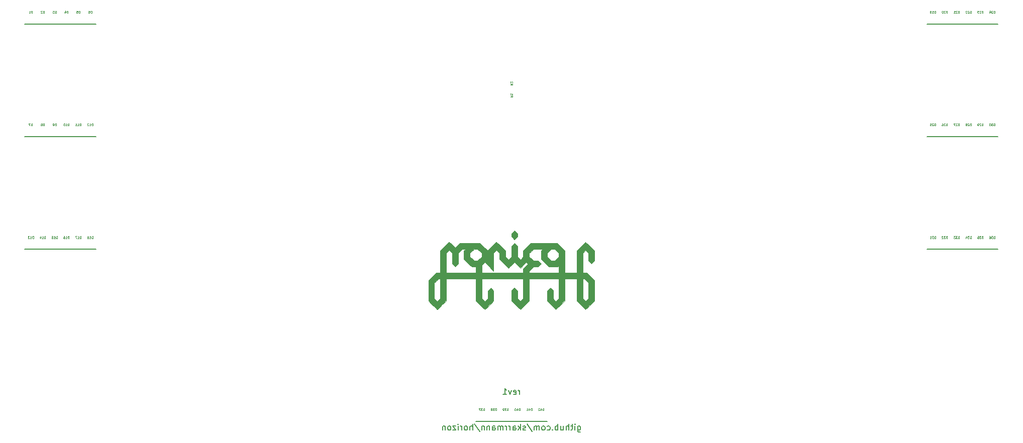
<source format=gbo>
G04 #@! TF.GenerationSoftware,KiCad,Pcbnew,(5.1.4)-1*
G04 #@! TF.CreationDate,2021-07-31T15:59:11-04:00*
G04 #@! TF.ProjectId,horizon,686f7269-7a6f-46e2-9e6b-696361645f70,rev?*
G04 #@! TF.SameCoordinates,Original*
G04 #@! TF.FileFunction,Legend,Bot*
G04 #@! TF.FilePolarity,Positive*
%FSLAX46Y46*%
G04 Gerber Fmt 4.6, Leading zero omitted, Abs format (unit mm)*
G04 Created by KiCad (PCBNEW (5.1.4)-1) date 2021-07-31 15:59:11*
%MOMM*%
%LPD*%
G04 APERTURE LIST*
%ADD10C,0.150000*%
%ADD11C,0.010000*%
%ADD12C,0.075000*%
%ADD13C,1.854600*%
%ADD14R,1.854600X1.854600*%
%ADD15O,1.802000X1.802000*%
%ADD16R,1.802000X1.802000*%
%ADD17C,0.802000*%
%ADD18C,4.502000*%
%ADD19C,1.902000*%
%ADD20C,0.100000*%
%ADD21C,1.252000*%
%ADD22C,1.803800*%
%ADD23C,2.400600*%
%ADD24C,4.089800*%
%ADD25R,1.102000X1.102000*%
G04 APERTURE END LIST*
D10*
X210357142Y-173452380D02*
X210357142Y-172785714D01*
X210357142Y-172976190D02*
X210309523Y-172880952D01*
X210261904Y-172833333D01*
X210166666Y-172785714D01*
X210071428Y-172785714D01*
X209357142Y-173404761D02*
X209452380Y-173452380D01*
X209642857Y-173452380D01*
X209738095Y-173404761D01*
X209785714Y-173309523D01*
X209785714Y-172928571D01*
X209738095Y-172833333D01*
X209642857Y-172785714D01*
X209452380Y-172785714D01*
X209357142Y-172833333D01*
X209309523Y-172928571D01*
X209309523Y-173023809D01*
X209785714Y-173119047D01*
X208976190Y-172785714D02*
X208738095Y-173452380D01*
X208500000Y-172785714D01*
X207595238Y-173452380D02*
X208166666Y-173452380D01*
X207880952Y-173452380D02*
X207880952Y-172452380D01*
X207976190Y-172595238D01*
X208071428Y-172690476D01*
X208166666Y-172738095D01*
X220166666Y-178785714D02*
X220166666Y-179595238D01*
X220214285Y-179690476D01*
X220261904Y-179738095D01*
X220357142Y-179785714D01*
X220500000Y-179785714D01*
X220595238Y-179738095D01*
X220166666Y-179404761D02*
X220261904Y-179452380D01*
X220452380Y-179452380D01*
X220547619Y-179404761D01*
X220595238Y-179357142D01*
X220642857Y-179261904D01*
X220642857Y-178976190D01*
X220595238Y-178880952D01*
X220547619Y-178833333D01*
X220452380Y-178785714D01*
X220261904Y-178785714D01*
X220166666Y-178833333D01*
X219690476Y-179452380D02*
X219690476Y-178785714D01*
X219690476Y-178452380D02*
X219738095Y-178500000D01*
X219690476Y-178547619D01*
X219642857Y-178500000D01*
X219690476Y-178452380D01*
X219690476Y-178547619D01*
X219357142Y-178785714D02*
X218976190Y-178785714D01*
X219214285Y-178452380D02*
X219214285Y-179309523D01*
X219166666Y-179404761D01*
X219071428Y-179452380D01*
X218976190Y-179452380D01*
X218642857Y-179452380D02*
X218642857Y-178452380D01*
X218214285Y-179452380D02*
X218214285Y-178928571D01*
X218261904Y-178833333D01*
X218357142Y-178785714D01*
X218500000Y-178785714D01*
X218595238Y-178833333D01*
X218642857Y-178880952D01*
X217309523Y-178785714D02*
X217309523Y-179452380D01*
X217738095Y-178785714D02*
X217738095Y-179309523D01*
X217690476Y-179404761D01*
X217595238Y-179452380D01*
X217452380Y-179452380D01*
X217357142Y-179404761D01*
X217309523Y-179357142D01*
X216833333Y-179452380D02*
X216833333Y-178452380D01*
X216833333Y-178833333D02*
X216738095Y-178785714D01*
X216547619Y-178785714D01*
X216452380Y-178833333D01*
X216404761Y-178880952D01*
X216357142Y-178976190D01*
X216357142Y-179261904D01*
X216404761Y-179357142D01*
X216452380Y-179404761D01*
X216547619Y-179452380D01*
X216738095Y-179452380D01*
X216833333Y-179404761D01*
X215928571Y-179357142D02*
X215880952Y-179404761D01*
X215928571Y-179452380D01*
X215976190Y-179404761D01*
X215928571Y-179357142D01*
X215928571Y-179452380D01*
X215023809Y-179404761D02*
X215119047Y-179452380D01*
X215309523Y-179452380D01*
X215404761Y-179404761D01*
X215452380Y-179357142D01*
X215500000Y-179261904D01*
X215500000Y-178976190D01*
X215452380Y-178880952D01*
X215404761Y-178833333D01*
X215309523Y-178785714D01*
X215119047Y-178785714D01*
X215023809Y-178833333D01*
X214452380Y-179452380D02*
X214547619Y-179404761D01*
X214595238Y-179357142D01*
X214642857Y-179261904D01*
X214642857Y-178976190D01*
X214595238Y-178880952D01*
X214547619Y-178833333D01*
X214452380Y-178785714D01*
X214309523Y-178785714D01*
X214214285Y-178833333D01*
X214166666Y-178880952D01*
X214119047Y-178976190D01*
X214119047Y-179261904D01*
X214166666Y-179357142D01*
X214214285Y-179404761D01*
X214309523Y-179452380D01*
X214452380Y-179452380D01*
X213690476Y-179452380D02*
X213690476Y-178785714D01*
X213690476Y-178880952D02*
X213642857Y-178833333D01*
X213547619Y-178785714D01*
X213404761Y-178785714D01*
X213309523Y-178833333D01*
X213261904Y-178928571D01*
X213261904Y-179452380D01*
X213261904Y-178928571D02*
X213214285Y-178833333D01*
X213119047Y-178785714D01*
X212976190Y-178785714D01*
X212880952Y-178833333D01*
X212833333Y-178928571D01*
X212833333Y-179452380D01*
X211642857Y-178404761D02*
X212500000Y-179690476D01*
X211357142Y-179404761D02*
X211261904Y-179452380D01*
X211071428Y-179452380D01*
X210976190Y-179404761D01*
X210928571Y-179309523D01*
X210928571Y-179261904D01*
X210976190Y-179166666D01*
X211071428Y-179119047D01*
X211214285Y-179119047D01*
X211309523Y-179071428D01*
X211357142Y-178976190D01*
X211357142Y-178928571D01*
X211309523Y-178833333D01*
X211214285Y-178785714D01*
X211071428Y-178785714D01*
X210976190Y-178833333D01*
X210500000Y-179452380D02*
X210500000Y-178452380D01*
X210404761Y-179071428D02*
X210119047Y-179452380D01*
X210119047Y-178785714D02*
X210500000Y-179166666D01*
X209261904Y-179452380D02*
X209261904Y-178928571D01*
X209309523Y-178833333D01*
X209404761Y-178785714D01*
X209595238Y-178785714D01*
X209690476Y-178833333D01*
X209261904Y-179404761D02*
X209357142Y-179452380D01*
X209595238Y-179452380D01*
X209690476Y-179404761D01*
X209738095Y-179309523D01*
X209738095Y-179214285D01*
X209690476Y-179119047D01*
X209595238Y-179071428D01*
X209357142Y-179071428D01*
X209261904Y-179023809D01*
X208785714Y-179452380D02*
X208785714Y-178785714D01*
X208785714Y-178976190D02*
X208738095Y-178880952D01*
X208690476Y-178833333D01*
X208595238Y-178785714D01*
X208500000Y-178785714D01*
X208166666Y-179452380D02*
X208166666Y-178785714D01*
X208166666Y-178976190D02*
X208119047Y-178880952D01*
X208071428Y-178833333D01*
X207976190Y-178785714D01*
X207880952Y-178785714D01*
X207547619Y-179452380D02*
X207547619Y-178785714D01*
X207547619Y-178880952D02*
X207500000Y-178833333D01*
X207404761Y-178785714D01*
X207261904Y-178785714D01*
X207166666Y-178833333D01*
X207119047Y-178928571D01*
X207119047Y-179452380D01*
X207119047Y-178928571D02*
X207071428Y-178833333D01*
X206976190Y-178785714D01*
X206833333Y-178785714D01*
X206738095Y-178833333D01*
X206690476Y-178928571D01*
X206690476Y-179452380D01*
X205785714Y-179452380D02*
X205785714Y-178928571D01*
X205833333Y-178833333D01*
X205928571Y-178785714D01*
X206119047Y-178785714D01*
X206214285Y-178833333D01*
X205785714Y-179404761D02*
X205880952Y-179452380D01*
X206119047Y-179452380D01*
X206214285Y-179404761D01*
X206261904Y-179309523D01*
X206261904Y-179214285D01*
X206214285Y-179119047D01*
X206119047Y-179071428D01*
X205880952Y-179071428D01*
X205785714Y-179023809D01*
X205309523Y-178785714D02*
X205309523Y-179452380D01*
X205309523Y-178880952D02*
X205261904Y-178833333D01*
X205166666Y-178785714D01*
X205023809Y-178785714D01*
X204928571Y-178833333D01*
X204880952Y-178928571D01*
X204880952Y-179452380D01*
X204404761Y-178785714D02*
X204404761Y-179452380D01*
X204404761Y-178880952D02*
X204357142Y-178833333D01*
X204261904Y-178785714D01*
X204119047Y-178785714D01*
X204023809Y-178833333D01*
X203976190Y-178928571D01*
X203976190Y-179452380D01*
X202785714Y-178404761D02*
X203642857Y-179690476D01*
X202452380Y-179452380D02*
X202452380Y-178452380D01*
X202023809Y-179452380D02*
X202023809Y-178928571D01*
X202071428Y-178833333D01*
X202166666Y-178785714D01*
X202309523Y-178785714D01*
X202404761Y-178833333D01*
X202452380Y-178880952D01*
X201404761Y-179452380D02*
X201500000Y-179404761D01*
X201547619Y-179357142D01*
X201595238Y-179261904D01*
X201595238Y-178976190D01*
X201547619Y-178880952D01*
X201500000Y-178833333D01*
X201404761Y-178785714D01*
X201261904Y-178785714D01*
X201166666Y-178833333D01*
X201119047Y-178880952D01*
X201071428Y-178976190D01*
X201071428Y-179261904D01*
X201119047Y-179357142D01*
X201166666Y-179404761D01*
X201261904Y-179452380D01*
X201404761Y-179452380D01*
X200642857Y-179452380D02*
X200642857Y-178785714D01*
X200642857Y-178976190D02*
X200595238Y-178880952D01*
X200547619Y-178833333D01*
X200452380Y-178785714D01*
X200357142Y-178785714D01*
X200023809Y-179452380D02*
X200023809Y-178785714D01*
X200023809Y-178452380D02*
X200071428Y-178500000D01*
X200023809Y-178547619D01*
X199976190Y-178500000D01*
X200023809Y-178452380D01*
X200023809Y-178547619D01*
X199642857Y-178785714D02*
X199119047Y-178785714D01*
X199642857Y-179452380D01*
X199119047Y-179452380D01*
X198595238Y-179452380D02*
X198690476Y-179404761D01*
X198738095Y-179357142D01*
X198785714Y-179261904D01*
X198785714Y-178976190D01*
X198738095Y-178880952D01*
X198690476Y-178833333D01*
X198595238Y-178785714D01*
X198452380Y-178785714D01*
X198357142Y-178833333D01*
X198309523Y-178880952D01*
X198261904Y-178976190D01*
X198261904Y-179261904D01*
X198309523Y-179357142D01*
X198357142Y-179404761D01*
X198452380Y-179452380D01*
X198595238Y-179452380D01*
X197833333Y-178785714D02*
X197833333Y-179452380D01*
X197833333Y-178880952D02*
X197785714Y-178833333D01*
X197690476Y-178785714D01*
X197547619Y-178785714D01*
X197452380Y-178833333D01*
X197404761Y-178928571D01*
X197404761Y-179452380D01*
D11*
G36*
X205748804Y-148480446D02*
G01*
X204999507Y-149229662D01*
X204354932Y-148585181D01*
X203710358Y-147940700D01*
X202002329Y-147940700D01*
X200294299Y-147940699D01*
X199897342Y-148337507D01*
X199500385Y-148734314D01*
X199001868Y-148235916D01*
X198503351Y-147737519D01*
X197750926Y-148490024D01*
X196998500Y-149242529D01*
X196998500Y-152944500D01*
X196293557Y-152944500D01*
X195004601Y-154233642D01*
X195004600Y-155947858D01*
X195004600Y-157662074D01*
X195744245Y-158402087D01*
X195858012Y-158515758D01*
X195966743Y-158624100D01*
X196069087Y-158725785D01*
X196163692Y-158819483D01*
X196249207Y-158903866D01*
X196324281Y-158977606D01*
X196387563Y-159039373D01*
X196437701Y-159087838D01*
X196473345Y-159121673D01*
X196493142Y-159139550D01*
X196496760Y-159142100D01*
X196507506Y-159133322D01*
X196534831Y-159107871D01*
X196577389Y-159067071D01*
X196633837Y-159012243D01*
X196702827Y-158944710D01*
X196783014Y-158865796D01*
X196873053Y-158776823D01*
X196971598Y-158679115D01*
X197077304Y-158573993D01*
X197188825Y-158462781D01*
X197255716Y-158395934D01*
X198001800Y-157649769D01*
X198001800Y-153947800D01*
X196998500Y-153947800D01*
X196998500Y-157230517D01*
X196747795Y-157481458D01*
X196497089Y-157732399D01*
X196252495Y-157488047D01*
X196007900Y-157243694D01*
X196007900Y-154640120D01*
X196353889Y-154293960D01*
X196699877Y-153947800D01*
X196998500Y-153947800D01*
X198001800Y-153947800D01*
X202992900Y-153947800D01*
X202992900Y-157649350D01*
X203745283Y-158402127D01*
X204497666Y-159154905D01*
X205250233Y-158402417D01*
X206002800Y-157649930D01*
X206002800Y-155947811D01*
X205751858Y-155697104D01*
X205500915Y-155446397D01*
X205250208Y-155697339D01*
X204999500Y-155948282D01*
X204999500Y-157230988D01*
X204748558Y-157481695D01*
X204497615Y-157732402D01*
X204246908Y-157481460D01*
X203996200Y-157230517D01*
X203996200Y-153947800D01*
X210993900Y-153947800D01*
X210993900Y-157243694D01*
X210746250Y-157491100D01*
X210498600Y-157738505D01*
X210250950Y-157491100D01*
X210003300Y-157243694D01*
X210003300Y-155947811D01*
X209495304Y-155440291D01*
X209000000Y-155935105D01*
X209000000Y-157649930D01*
X209749300Y-158399150D01*
X210498600Y-159148369D01*
X211247900Y-158399150D01*
X211997200Y-157649930D01*
X211997200Y-153947800D01*
X217001000Y-153947800D01*
X217001000Y-157230988D01*
X216750058Y-157481695D01*
X216499115Y-157732402D01*
X216248408Y-157481460D01*
X215997700Y-157230517D01*
X215997700Y-155935105D01*
X215750049Y-155687698D01*
X215502397Y-155440291D01*
X215248399Y-155694051D01*
X214994400Y-155947811D01*
X214994400Y-157649930D01*
X216499430Y-159154800D01*
X218004300Y-157649770D01*
X218004300Y-153947800D01*
X219998200Y-153947800D01*
X219998200Y-157649930D01*
X220747500Y-158399150D01*
X221496800Y-159148369D01*
X222246100Y-158399150D01*
X222995400Y-157649930D01*
X222995400Y-154652487D01*
X221992100Y-154652487D01*
X221992100Y-157243211D01*
X221747748Y-157487805D01*
X221683331Y-157552079D01*
X221624849Y-157610033D01*
X221574669Y-157659355D01*
X221535161Y-157697728D01*
X221508692Y-157722839D01*
X221497630Y-157732373D01*
X221497517Y-157732400D01*
X221487339Y-157723796D01*
X221461588Y-157699525D01*
X221422638Y-157661894D01*
X221372861Y-157613214D01*
X221314630Y-157555791D01*
X221250316Y-157491935D01*
X221246570Y-157488203D01*
X221001500Y-157244006D01*
X221001500Y-153947800D01*
X221287660Y-153947800D01*
X221639880Y-154300143D01*
X221992100Y-154652487D01*
X222995400Y-154652487D01*
X222995400Y-154233456D01*
X221706258Y-152944500D01*
X221001500Y-152944500D01*
X221001500Y-149648605D01*
X221249151Y-149401199D01*
X221496801Y-149153794D01*
X221744451Y-149401200D01*
X221992101Y-149648605D01*
X221992101Y-150295704D01*
X221992100Y-150942802D01*
X222242658Y-151194502D01*
X222493215Y-151446202D01*
X222744308Y-151195345D01*
X222995400Y-150944488D01*
X222995400Y-149229669D01*
X222246100Y-148480449D01*
X221496800Y-147731230D01*
X220747501Y-148480449D01*
X219998201Y-149229669D01*
X219998200Y-151087084D01*
X219998200Y-152944500D01*
X218004300Y-152944500D01*
X218004300Y-151655864D01*
X217001000Y-151655864D01*
X217001000Y-152944500D01*
X211997200Y-152944500D01*
X211997200Y-152658914D01*
X212355892Y-152300057D01*
X212714583Y-151941200D01*
X213502395Y-151941200D01*
X213997074Y-151446031D01*
X211787368Y-151446031D01*
X211390634Y-151842915D01*
X210993900Y-152239798D01*
X210993900Y-152944545D01*
X207498225Y-152941347D01*
X204002550Y-152938150D01*
X203999257Y-152297643D01*
X203997424Y-151941200D01*
X202992900Y-151941200D01*
X202992900Y-152944500D01*
X198001800Y-152944500D01*
X198001800Y-149648605D01*
X198497104Y-149153791D01*
X199005100Y-149661311D01*
X199005100Y-151452494D01*
X199500404Y-151947308D01*
X200008400Y-151439788D01*
X200008400Y-149649017D01*
X200360740Y-149296508D01*
X200713080Y-148944000D01*
X201005067Y-148944000D01*
X201297053Y-148943999D01*
X201148027Y-149093415D01*
X200999000Y-149242831D01*
X200999000Y-150652057D01*
X201643479Y-151296628D01*
X202287957Y-151941200D01*
X202992900Y-151941200D01*
X203997424Y-151941200D01*
X203995963Y-151657136D01*
X204246677Y-151405278D01*
X204497392Y-151153420D01*
X205250096Y-151906045D01*
X206002800Y-152658669D01*
X206002800Y-149648679D01*
X203996200Y-149648679D01*
X203996200Y-150232882D01*
X203643861Y-150585391D01*
X203291521Y-150937900D01*
X202707318Y-150937900D01*
X202002300Y-150233220D01*
X202002300Y-149649017D01*
X202354640Y-149296508D01*
X202706980Y-148944000D01*
X203291183Y-148944000D01*
X203643692Y-149296339D01*
X203996200Y-149648679D01*
X206002800Y-149648679D01*
X206002800Y-149648605D01*
X206250450Y-149401200D01*
X206498100Y-149153794D01*
X206745750Y-149401200D01*
X206993400Y-149648605D01*
X206993400Y-150651646D01*
X207739380Y-151398023D01*
X207853640Y-151512192D01*
X207962869Y-151621038D01*
X208065720Y-151723239D01*
X208160849Y-151817470D01*
X208246910Y-151902408D01*
X208322559Y-151976731D01*
X208386449Y-152039115D01*
X208437235Y-152088238D01*
X208473572Y-152122775D01*
X208494116Y-152141405D01*
X208498266Y-152144400D01*
X208509412Y-152135663D01*
X208536797Y-152110538D01*
X208578751Y-152070651D01*
X208633607Y-152017628D01*
X208699696Y-151953094D01*
X208775349Y-151878677D01*
X208858900Y-151796003D01*
X208948679Y-151706698D01*
X209006351Y-151649099D01*
X209501530Y-151153798D01*
X210000065Y-151652213D01*
X210498600Y-152150629D01*
X210997209Y-151652140D01*
X211495817Y-151153652D01*
X211641593Y-151299841D01*
X211787368Y-151446031D01*
X213997074Y-151446031D01*
X213997209Y-151445896D01*
X213489689Y-150937900D01*
X212702218Y-150937900D01*
X211997200Y-150233220D01*
X211997200Y-149661714D01*
X212355892Y-149302857D01*
X212714583Y-148944000D01*
X213501860Y-148944000D01*
X214289136Y-148943999D01*
X214003800Y-149230147D01*
X214003800Y-150652057D01*
X214648279Y-151296628D01*
X215292757Y-151941200D01*
X216714853Y-151941200D01*
X216857927Y-151798532D01*
X217001000Y-151655864D01*
X218004300Y-151655864D01*
X218004300Y-150232882D01*
X217001000Y-150232882D01*
X216648661Y-150585391D01*
X216296321Y-150937900D01*
X215699421Y-150937900D01*
X215353261Y-150591911D01*
X215007100Y-150245923D01*
X215007100Y-149649017D01*
X215359440Y-149296508D01*
X215711780Y-148944000D01*
X216284528Y-148944000D01*
X217000978Y-149661550D01*
X217001000Y-150232882D01*
X218004300Y-150232882D01*
X218004300Y-149242357D01*
X217353380Y-148591528D01*
X216702459Y-147940700D01*
X214499008Y-147940699D01*
X212295558Y-147940699D01*
X210993900Y-149242541D01*
X210993900Y-150245511D01*
X210749545Y-150490108D01*
X210505189Y-150734705D01*
X210254245Y-150483997D01*
X210003300Y-150233288D01*
X210003300Y-148442111D01*
X209752358Y-148191404D01*
X209501415Y-147940697D01*
X209250708Y-148191639D01*
X209000000Y-148442582D01*
X209000000Y-150233288D01*
X208749058Y-150483995D01*
X208498115Y-150734702D01*
X208247408Y-150483760D01*
X207996700Y-150232817D01*
X207996700Y-149229669D01*
X207247400Y-148480450D01*
X206498100Y-147731230D01*
X205748804Y-148480446D01*
X205748804Y-148480446D01*
G37*
X205748804Y-148480446D02*
X204999507Y-149229662D01*
X204354932Y-148585181D01*
X203710358Y-147940700D01*
X202002329Y-147940700D01*
X200294299Y-147940699D01*
X199897342Y-148337507D01*
X199500385Y-148734314D01*
X199001868Y-148235916D01*
X198503351Y-147737519D01*
X197750926Y-148490024D01*
X196998500Y-149242529D01*
X196998500Y-152944500D01*
X196293557Y-152944500D01*
X195004601Y-154233642D01*
X195004600Y-155947858D01*
X195004600Y-157662074D01*
X195744245Y-158402087D01*
X195858012Y-158515758D01*
X195966743Y-158624100D01*
X196069087Y-158725785D01*
X196163692Y-158819483D01*
X196249207Y-158903866D01*
X196324281Y-158977606D01*
X196387563Y-159039373D01*
X196437701Y-159087838D01*
X196473345Y-159121673D01*
X196493142Y-159139550D01*
X196496760Y-159142100D01*
X196507506Y-159133322D01*
X196534831Y-159107871D01*
X196577389Y-159067071D01*
X196633837Y-159012243D01*
X196702827Y-158944710D01*
X196783014Y-158865796D01*
X196873053Y-158776823D01*
X196971598Y-158679115D01*
X197077304Y-158573993D01*
X197188825Y-158462781D01*
X197255716Y-158395934D01*
X198001800Y-157649769D01*
X198001800Y-153947800D01*
X196998500Y-153947800D01*
X196998500Y-157230517D01*
X196747795Y-157481458D01*
X196497089Y-157732399D01*
X196252495Y-157488047D01*
X196007900Y-157243694D01*
X196007900Y-154640120D01*
X196353889Y-154293960D01*
X196699877Y-153947800D01*
X196998500Y-153947800D01*
X198001800Y-153947800D01*
X202992900Y-153947800D01*
X202992900Y-157649350D01*
X203745283Y-158402127D01*
X204497666Y-159154905D01*
X205250233Y-158402417D01*
X206002800Y-157649930D01*
X206002800Y-155947811D01*
X205751858Y-155697104D01*
X205500915Y-155446397D01*
X205250208Y-155697339D01*
X204999500Y-155948282D01*
X204999500Y-157230988D01*
X204748558Y-157481695D01*
X204497615Y-157732402D01*
X204246908Y-157481460D01*
X203996200Y-157230517D01*
X203996200Y-153947800D01*
X210993900Y-153947800D01*
X210993900Y-157243694D01*
X210746250Y-157491100D01*
X210498600Y-157738505D01*
X210250950Y-157491100D01*
X210003300Y-157243694D01*
X210003300Y-155947811D01*
X209495304Y-155440291D01*
X209000000Y-155935105D01*
X209000000Y-157649930D01*
X209749300Y-158399150D01*
X210498600Y-159148369D01*
X211247900Y-158399150D01*
X211997200Y-157649930D01*
X211997200Y-153947800D01*
X217001000Y-153947800D01*
X217001000Y-157230988D01*
X216750058Y-157481695D01*
X216499115Y-157732402D01*
X216248408Y-157481460D01*
X215997700Y-157230517D01*
X215997700Y-155935105D01*
X215750049Y-155687698D01*
X215502397Y-155440291D01*
X215248399Y-155694051D01*
X214994400Y-155947811D01*
X214994400Y-157649930D01*
X216499430Y-159154800D01*
X218004300Y-157649770D01*
X218004300Y-153947800D01*
X219998200Y-153947800D01*
X219998200Y-157649930D01*
X220747500Y-158399150D01*
X221496800Y-159148369D01*
X222246100Y-158399150D01*
X222995400Y-157649930D01*
X222995400Y-154652487D01*
X221992100Y-154652487D01*
X221992100Y-157243211D01*
X221747748Y-157487805D01*
X221683331Y-157552079D01*
X221624849Y-157610033D01*
X221574669Y-157659355D01*
X221535161Y-157697728D01*
X221508692Y-157722839D01*
X221497630Y-157732373D01*
X221497517Y-157732400D01*
X221487339Y-157723796D01*
X221461588Y-157699525D01*
X221422638Y-157661894D01*
X221372861Y-157613214D01*
X221314630Y-157555791D01*
X221250316Y-157491935D01*
X221246570Y-157488203D01*
X221001500Y-157244006D01*
X221001500Y-153947800D01*
X221287660Y-153947800D01*
X221639880Y-154300143D01*
X221992100Y-154652487D01*
X222995400Y-154652487D01*
X222995400Y-154233456D01*
X221706258Y-152944500D01*
X221001500Y-152944500D01*
X221001500Y-149648605D01*
X221249151Y-149401199D01*
X221496801Y-149153794D01*
X221744451Y-149401200D01*
X221992101Y-149648605D01*
X221992101Y-150295704D01*
X221992100Y-150942802D01*
X222242658Y-151194502D01*
X222493215Y-151446202D01*
X222744308Y-151195345D01*
X222995400Y-150944488D01*
X222995400Y-149229669D01*
X222246100Y-148480449D01*
X221496800Y-147731230D01*
X220747501Y-148480449D01*
X219998201Y-149229669D01*
X219998200Y-151087084D01*
X219998200Y-152944500D01*
X218004300Y-152944500D01*
X218004300Y-151655864D01*
X217001000Y-151655864D01*
X217001000Y-152944500D01*
X211997200Y-152944500D01*
X211997200Y-152658914D01*
X212355892Y-152300057D01*
X212714583Y-151941200D01*
X213502395Y-151941200D01*
X213997074Y-151446031D01*
X211787368Y-151446031D01*
X211390634Y-151842915D01*
X210993900Y-152239798D01*
X210993900Y-152944545D01*
X207498225Y-152941347D01*
X204002550Y-152938150D01*
X203999257Y-152297643D01*
X203997424Y-151941200D01*
X202992900Y-151941200D01*
X202992900Y-152944500D01*
X198001800Y-152944500D01*
X198001800Y-149648605D01*
X198497104Y-149153791D01*
X199005100Y-149661311D01*
X199005100Y-151452494D01*
X199500404Y-151947308D01*
X200008400Y-151439788D01*
X200008400Y-149649017D01*
X200360740Y-149296508D01*
X200713080Y-148944000D01*
X201005067Y-148944000D01*
X201297053Y-148943999D01*
X201148027Y-149093415D01*
X200999000Y-149242831D01*
X200999000Y-150652057D01*
X201643479Y-151296628D01*
X202287957Y-151941200D01*
X202992900Y-151941200D01*
X203997424Y-151941200D01*
X203995963Y-151657136D01*
X204246677Y-151405278D01*
X204497392Y-151153420D01*
X205250096Y-151906045D01*
X206002800Y-152658669D01*
X206002800Y-149648679D01*
X203996200Y-149648679D01*
X203996200Y-150232882D01*
X203643861Y-150585391D01*
X203291521Y-150937900D01*
X202707318Y-150937900D01*
X202002300Y-150233220D01*
X202002300Y-149649017D01*
X202354640Y-149296508D01*
X202706980Y-148944000D01*
X203291183Y-148944000D01*
X203643692Y-149296339D01*
X203996200Y-149648679D01*
X206002800Y-149648679D01*
X206002800Y-149648605D01*
X206250450Y-149401200D01*
X206498100Y-149153794D01*
X206745750Y-149401200D01*
X206993400Y-149648605D01*
X206993400Y-150651646D01*
X207739380Y-151398023D01*
X207853640Y-151512192D01*
X207962869Y-151621038D01*
X208065720Y-151723239D01*
X208160849Y-151817470D01*
X208246910Y-151902408D01*
X208322559Y-151976731D01*
X208386449Y-152039115D01*
X208437235Y-152088238D01*
X208473572Y-152122775D01*
X208494116Y-152141405D01*
X208498266Y-152144400D01*
X208509412Y-152135663D01*
X208536797Y-152110538D01*
X208578751Y-152070651D01*
X208633607Y-152017628D01*
X208699696Y-151953094D01*
X208775349Y-151878677D01*
X208858900Y-151796003D01*
X208948679Y-151706698D01*
X209006351Y-151649099D01*
X209501530Y-151153798D01*
X210000065Y-151652213D01*
X210498600Y-152150629D01*
X210997209Y-151652140D01*
X211495817Y-151153652D01*
X211641593Y-151299841D01*
X211787368Y-151446031D01*
X213997074Y-151446031D01*
X213997209Y-151445896D01*
X213489689Y-150937900D01*
X212702218Y-150937900D01*
X211997200Y-150233220D01*
X211997200Y-149661714D01*
X212355892Y-149302857D01*
X212714583Y-148944000D01*
X213501860Y-148944000D01*
X214289136Y-148943999D01*
X214003800Y-149230147D01*
X214003800Y-150652057D01*
X214648279Y-151296628D01*
X215292757Y-151941200D01*
X216714853Y-151941200D01*
X216857927Y-151798532D01*
X217001000Y-151655864D01*
X218004300Y-151655864D01*
X218004300Y-150232882D01*
X217001000Y-150232882D01*
X216648661Y-150585391D01*
X216296321Y-150937900D01*
X215699421Y-150937900D01*
X215353261Y-150591911D01*
X215007100Y-150245923D01*
X215007100Y-149649017D01*
X215359440Y-149296508D01*
X215711780Y-148944000D01*
X216284528Y-148944000D01*
X217000978Y-149661550D01*
X217001000Y-150232882D01*
X218004300Y-150232882D01*
X218004300Y-149242357D01*
X217353380Y-148591528D01*
X216702459Y-147940700D01*
X214499008Y-147940699D01*
X212295558Y-147940699D01*
X210993900Y-149242541D01*
X210993900Y-150245511D01*
X210749545Y-150490108D01*
X210505189Y-150734705D01*
X210254245Y-150483997D01*
X210003300Y-150233288D01*
X210003300Y-148442111D01*
X209752358Y-148191404D01*
X209501415Y-147940697D01*
X209250708Y-148191639D01*
X209000000Y-148442582D01*
X209000000Y-150233288D01*
X208749058Y-150483995D01*
X208498115Y-150734702D01*
X208247408Y-150483760D01*
X207996700Y-150232817D01*
X207996700Y-149229669D01*
X207247400Y-148480450D01*
X206498100Y-147731230D01*
X205748804Y-148480446D01*
G36*
X209250708Y-146108839D02*
G01*
X209000000Y-146359782D01*
X209000000Y-146867794D01*
X209244595Y-147112147D01*
X209309098Y-147176363D01*
X209367690Y-147234266D01*
X209417993Y-147283541D01*
X209457633Y-147321876D01*
X209484234Y-147346958D01*
X209495420Y-147356474D01*
X209495539Y-147356500D01*
X209505808Y-147347871D01*
X209531637Y-147323508D01*
X209570685Y-147285697D01*
X209620610Y-147236723D01*
X209679071Y-147178872D01*
X209743727Y-147114430D01*
X209752595Y-147105558D01*
X210003300Y-146854617D01*
X210003300Y-146359311D01*
X209752358Y-146108604D01*
X209501415Y-145857897D01*
X209250708Y-146108839D01*
X209250708Y-146108839D01*
G37*
X209250708Y-146108839D02*
X209000000Y-146359782D01*
X209000000Y-146867794D01*
X209244595Y-147112147D01*
X209309098Y-147176363D01*
X209367690Y-147234266D01*
X209417993Y-147283541D01*
X209457633Y-147321876D01*
X209484234Y-147346958D01*
X209495420Y-147356474D01*
X209495539Y-147356500D01*
X209505808Y-147347871D01*
X209531637Y-147323508D01*
X209570685Y-147285697D01*
X209620610Y-147236723D01*
X209679071Y-147178872D01*
X209743727Y-147114430D01*
X209752595Y-147105558D01*
X210003300Y-146854617D01*
X210003300Y-146359311D01*
X209752358Y-146108604D01*
X209501415Y-145857897D01*
X209250708Y-146108839D01*
D10*
X129000000Y-111000000D02*
X127000000Y-111000000D01*
X131000000Y-111000000D02*
X129000000Y-111000000D01*
X133000000Y-111000000D02*
X131000000Y-111000000D01*
X135000000Y-111000000D02*
X133000000Y-111000000D01*
X137000000Y-111000000D02*
X135000000Y-111000000D01*
X139000000Y-111000000D02*
X137000000Y-111000000D01*
X129000000Y-130000000D02*
X127000000Y-130000000D01*
X131000000Y-130000000D02*
X129000000Y-130000000D01*
X133000000Y-130000000D02*
X131000000Y-130000000D01*
X135000000Y-130000000D02*
X133000000Y-130000000D01*
X137000000Y-130000000D02*
X135000000Y-130000000D01*
X139000000Y-130000000D02*
X137000000Y-130000000D01*
X129000000Y-149000000D02*
X127000000Y-149000000D01*
X131000000Y-149000000D02*
X129000000Y-149000000D01*
X133000000Y-149000000D02*
X131000000Y-149000000D01*
X135000000Y-149000000D02*
X133000000Y-149000000D01*
X137000000Y-149000000D02*
X135000000Y-149000000D01*
X139000000Y-149000000D02*
X137000000Y-149000000D01*
X281000000Y-111000000D02*
X279000000Y-111000000D01*
X283000000Y-111000000D02*
X281000000Y-111000000D01*
X285000000Y-111000000D02*
X283000000Y-111000000D01*
X287000000Y-111000000D02*
X285000000Y-111000000D01*
X289000000Y-111000000D02*
X287000000Y-111000000D01*
X291000000Y-111000000D02*
X289000000Y-111000000D01*
X281000000Y-130000000D02*
X279000000Y-130000000D01*
X283000000Y-130000000D02*
X281000000Y-130000000D01*
X285000000Y-130000000D02*
X283000000Y-130000000D01*
X287000000Y-130000000D02*
X285000000Y-130000000D01*
X289000000Y-130000000D02*
X287000000Y-130000000D01*
X291000000Y-130000000D02*
X289000000Y-130000000D01*
X281000000Y-149000000D02*
X279000000Y-149000000D01*
X283000000Y-149000000D02*
X281000000Y-149000000D01*
X285000000Y-149000000D02*
X283000000Y-149000000D01*
X287000000Y-149000000D02*
X285000000Y-149000000D01*
X289000000Y-149000000D02*
X287000000Y-149000000D01*
X291000000Y-149000000D02*
X289000000Y-149000000D01*
X205000000Y-178000000D02*
X203000000Y-178000000D01*
X207000000Y-178000000D02*
X205000000Y-178000000D01*
X209000000Y-178000000D02*
X207000000Y-178000000D01*
X211000000Y-178000000D02*
X209000000Y-178000000D01*
X213000000Y-178000000D02*
X211000000Y-178000000D01*
X215000000Y-178000000D02*
X213000000Y-178000000D01*
D12*
X208830357Y-123062500D02*
X209008928Y-123187500D01*
X208830357Y-123276785D02*
X209205357Y-123276785D01*
X209205357Y-123133928D01*
X209187500Y-123098214D01*
X209169642Y-123080357D01*
X209133928Y-123062500D01*
X209080357Y-123062500D01*
X209044642Y-123080357D01*
X209026785Y-123098214D01*
X209008928Y-123133928D01*
X209008928Y-123276785D01*
X208830357Y-122705357D02*
X208830357Y-122919642D01*
X208830357Y-122812500D02*
X209205357Y-122812500D01*
X209151785Y-122848214D01*
X209116071Y-122883928D01*
X209098214Y-122919642D01*
X208830357Y-121062500D02*
X209008928Y-121187500D01*
X208830357Y-121276785D02*
X209205357Y-121276785D01*
X209205357Y-121133928D01*
X209187500Y-121098214D01*
X209169642Y-121080357D01*
X209133928Y-121062500D01*
X209080357Y-121062500D01*
X209044642Y-121080357D01*
X209026785Y-121098214D01*
X209008928Y-121133928D01*
X209008928Y-121276785D01*
X209169642Y-120919642D02*
X209187500Y-120901785D01*
X209205357Y-120866071D01*
X209205357Y-120776785D01*
X209187500Y-120741071D01*
X209169642Y-120723214D01*
X209133928Y-120705357D01*
X209098214Y-120705357D01*
X209044642Y-120723214D01*
X208830357Y-120937500D01*
X208830357Y-120705357D01*
X128276785Y-109169642D02*
X128276785Y-108794642D01*
X128187500Y-108794642D01*
X128133928Y-108812500D01*
X128098214Y-108848214D01*
X128080357Y-108883928D01*
X128062500Y-108955357D01*
X128062500Y-109008928D01*
X128080357Y-109080357D01*
X128098214Y-109116071D01*
X128133928Y-109151785D01*
X128187500Y-109169642D01*
X128276785Y-109169642D01*
X127705357Y-109169642D02*
X127919642Y-109169642D01*
X127812500Y-109169642D02*
X127812500Y-108794642D01*
X127848214Y-108848214D01*
X127883928Y-108883928D01*
X127919642Y-108901785D01*
X130276785Y-109169642D02*
X130276785Y-108794642D01*
X130187500Y-108794642D01*
X130133928Y-108812500D01*
X130098214Y-108848214D01*
X130080357Y-108883928D01*
X130062500Y-108955357D01*
X130062500Y-109008928D01*
X130080357Y-109080357D01*
X130098214Y-109116071D01*
X130133928Y-109151785D01*
X130187500Y-109169642D01*
X130276785Y-109169642D01*
X129919642Y-108830357D02*
X129901785Y-108812500D01*
X129866071Y-108794642D01*
X129776785Y-108794642D01*
X129741071Y-108812500D01*
X129723214Y-108830357D01*
X129705357Y-108866071D01*
X129705357Y-108901785D01*
X129723214Y-108955357D01*
X129937500Y-109169642D01*
X129705357Y-109169642D01*
X132276785Y-109169642D02*
X132276785Y-108794642D01*
X132187500Y-108794642D01*
X132133928Y-108812500D01*
X132098214Y-108848214D01*
X132080357Y-108883928D01*
X132062500Y-108955357D01*
X132062500Y-109008928D01*
X132080357Y-109080357D01*
X132098214Y-109116071D01*
X132133928Y-109151785D01*
X132187500Y-109169642D01*
X132276785Y-109169642D01*
X131937500Y-108794642D02*
X131705357Y-108794642D01*
X131830357Y-108937500D01*
X131776785Y-108937500D01*
X131741071Y-108955357D01*
X131723214Y-108973214D01*
X131705357Y-109008928D01*
X131705357Y-109098214D01*
X131723214Y-109133928D01*
X131741071Y-109151785D01*
X131776785Y-109169642D01*
X131883928Y-109169642D01*
X131919642Y-109151785D01*
X131937500Y-109133928D01*
X134276785Y-109169642D02*
X134276785Y-108794642D01*
X134187500Y-108794642D01*
X134133928Y-108812500D01*
X134098214Y-108848214D01*
X134080357Y-108883928D01*
X134062500Y-108955357D01*
X134062500Y-109008928D01*
X134080357Y-109080357D01*
X134098214Y-109116071D01*
X134133928Y-109151785D01*
X134187500Y-109169642D01*
X134276785Y-109169642D01*
X133741071Y-108919642D02*
X133741071Y-109169642D01*
X133830357Y-108776785D02*
X133919642Y-109044642D01*
X133687500Y-109044642D01*
X136276785Y-109169642D02*
X136276785Y-108794642D01*
X136187500Y-108794642D01*
X136133928Y-108812500D01*
X136098214Y-108848214D01*
X136080357Y-108883928D01*
X136062500Y-108955357D01*
X136062500Y-109008928D01*
X136080357Y-109080357D01*
X136098214Y-109116071D01*
X136133928Y-109151785D01*
X136187500Y-109169642D01*
X136276785Y-109169642D01*
X135723214Y-108794642D02*
X135901785Y-108794642D01*
X135919642Y-108973214D01*
X135901785Y-108955357D01*
X135866071Y-108937500D01*
X135776785Y-108937500D01*
X135741071Y-108955357D01*
X135723214Y-108973214D01*
X135705357Y-109008928D01*
X135705357Y-109098214D01*
X135723214Y-109133928D01*
X135741071Y-109151785D01*
X135776785Y-109169642D01*
X135866071Y-109169642D01*
X135901785Y-109151785D01*
X135919642Y-109133928D01*
X138276785Y-109169642D02*
X138276785Y-108794642D01*
X138187500Y-108794642D01*
X138133928Y-108812500D01*
X138098214Y-108848214D01*
X138080357Y-108883928D01*
X138062500Y-108955357D01*
X138062500Y-109008928D01*
X138080357Y-109080357D01*
X138098214Y-109116071D01*
X138133928Y-109151785D01*
X138187500Y-109169642D01*
X138276785Y-109169642D01*
X137741071Y-108794642D02*
X137812500Y-108794642D01*
X137848214Y-108812500D01*
X137866071Y-108830357D01*
X137901785Y-108883928D01*
X137919642Y-108955357D01*
X137919642Y-109098214D01*
X137901785Y-109133928D01*
X137883928Y-109151785D01*
X137848214Y-109169642D01*
X137776785Y-109169642D01*
X137741071Y-109151785D01*
X137723214Y-109133928D01*
X137705357Y-109098214D01*
X137705357Y-109008928D01*
X137723214Y-108973214D01*
X137741071Y-108955357D01*
X137776785Y-108937500D01*
X137848214Y-108937500D01*
X137883928Y-108955357D01*
X137901785Y-108973214D01*
X137919642Y-109008928D01*
X128276785Y-128169642D02*
X128276785Y-127794642D01*
X128187500Y-127794642D01*
X128133928Y-127812500D01*
X128098214Y-127848214D01*
X128080357Y-127883928D01*
X128062500Y-127955357D01*
X128062500Y-128008928D01*
X128080357Y-128080357D01*
X128098214Y-128116071D01*
X128133928Y-128151785D01*
X128187500Y-128169642D01*
X128276785Y-128169642D01*
X127937500Y-127794642D02*
X127687500Y-127794642D01*
X127848214Y-128169642D01*
X130276785Y-128169642D02*
X130276785Y-127794642D01*
X130187500Y-127794642D01*
X130133928Y-127812500D01*
X130098214Y-127848214D01*
X130080357Y-127883928D01*
X130062500Y-127955357D01*
X130062500Y-128008928D01*
X130080357Y-128080357D01*
X130098214Y-128116071D01*
X130133928Y-128151785D01*
X130187500Y-128169642D01*
X130276785Y-128169642D01*
X129848214Y-127955357D02*
X129883928Y-127937500D01*
X129901785Y-127919642D01*
X129919642Y-127883928D01*
X129919642Y-127866071D01*
X129901785Y-127830357D01*
X129883928Y-127812500D01*
X129848214Y-127794642D01*
X129776785Y-127794642D01*
X129741071Y-127812500D01*
X129723214Y-127830357D01*
X129705357Y-127866071D01*
X129705357Y-127883928D01*
X129723214Y-127919642D01*
X129741071Y-127937500D01*
X129776785Y-127955357D01*
X129848214Y-127955357D01*
X129883928Y-127973214D01*
X129901785Y-127991071D01*
X129919642Y-128026785D01*
X129919642Y-128098214D01*
X129901785Y-128133928D01*
X129883928Y-128151785D01*
X129848214Y-128169642D01*
X129776785Y-128169642D01*
X129741071Y-128151785D01*
X129723214Y-128133928D01*
X129705357Y-128098214D01*
X129705357Y-128026785D01*
X129723214Y-127991071D01*
X129741071Y-127973214D01*
X129776785Y-127955357D01*
X132276785Y-128169642D02*
X132276785Y-127794642D01*
X132187500Y-127794642D01*
X132133928Y-127812500D01*
X132098214Y-127848214D01*
X132080357Y-127883928D01*
X132062500Y-127955357D01*
X132062500Y-128008928D01*
X132080357Y-128080357D01*
X132098214Y-128116071D01*
X132133928Y-128151785D01*
X132187500Y-128169642D01*
X132276785Y-128169642D01*
X131883928Y-128169642D02*
X131812500Y-128169642D01*
X131776785Y-128151785D01*
X131758928Y-128133928D01*
X131723214Y-128080357D01*
X131705357Y-128008928D01*
X131705357Y-127866071D01*
X131723214Y-127830357D01*
X131741071Y-127812500D01*
X131776785Y-127794642D01*
X131848214Y-127794642D01*
X131883928Y-127812500D01*
X131901785Y-127830357D01*
X131919642Y-127866071D01*
X131919642Y-127955357D01*
X131901785Y-127991071D01*
X131883928Y-128008928D01*
X131848214Y-128026785D01*
X131776785Y-128026785D01*
X131741071Y-128008928D01*
X131723214Y-127991071D01*
X131705357Y-127955357D01*
X134455357Y-128169642D02*
X134455357Y-127794642D01*
X134366071Y-127794642D01*
X134312500Y-127812500D01*
X134276785Y-127848214D01*
X134258928Y-127883928D01*
X134241071Y-127955357D01*
X134241071Y-128008928D01*
X134258928Y-128080357D01*
X134276785Y-128116071D01*
X134312500Y-128151785D01*
X134366071Y-128169642D01*
X134455357Y-128169642D01*
X133883928Y-128169642D02*
X134098214Y-128169642D01*
X133991071Y-128169642D02*
X133991071Y-127794642D01*
X134026785Y-127848214D01*
X134062500Y-127883928D01*
X134098214Y-127901785D01*
X133651785Y-127794642D02*
X133616071Y-127794642D01*
X133580357Y-127812500D01*
X133562500Y-127830357D01*
X133544642Y-127866071D01*
X133526785Y-127937500D01*
X133526785Y-128026785D01*
X133544642Y-128098214D01*
X133562500Y-128133928D01*
X133580357Y-128151785D01*
X133616071Y-128169642D01*
X133651785Y-128169642D01*
X133687500Y-128151785D01*
X133705357Y-128133928D01*
X133723214Y-128098214D01*
X133741071Y-128026785D01*
X133741071Y-127937500D01*
X133723214Y-127866071D01*
X133705357Y-127830357D01*
X133687500Y-127812500D01*
X133651785Y-127794642D01*
X136455357Y-128169642D02*
X136455357Y-127794642D01*
X136366071Y-127794642D01*
X136312500Y-127812500D01*
X136276785Y-127848214D01*
X136258928Y-127883928D01*
X136241071Y-127955357D01*
X136241071Y-128008928D01*
X136258928Y-128080357D01*
X136276785Y-128116071D01*
X136312500Y-128151785D01*
X136366071Y-128169642D01*
X136455357Y-128169642D01*
X135883928Y-128169642D02*
X136098214Y-128169642D01*
X135991071Y-128169642D02*
X135991071Y-127794642D01*
X136026785Y-127848214D01*
X136062500Y-127883928D01*
X136098214Y-127901785D01*
X135526785Y-128169642D02*
X135741071Y-128169642D01*
X135633928Y-128169642D02*
X135633928Y-127794642D01*
X135669642Y-127848214D01*
X135705357Y-127883928D01*
X135741071Y-127901785D01*
X138455357Y-128169642D02*
X138455357Y-127794642D01*
X138366071Y-127794642D01*
X138312500Y-127812500D01*
X138276785Y-127848214D01*
X138258928Y-127883928D01*
X138241071Y-127955357D01*
X138241071Y-128008928D01*
X138258928Y-128080357D01*
X138276785Y-128116071D01*
X138312500Y-128151785D01*
X138366071Y-128169642D01*
X138455357Y-128169642D01*
X137883928Y-128169642D02*
X138098214Y-128169642D01*
X137991071Y-128169642D02*
X137991071Y-127794642D01*
X138026785Y-127848214D01*
X138062500Y-127883928D01*
X138098214Y-127901785D01*
X137741071Y-127830357D02*
X137723214Y-127812500D01*
X137687500Y-127794642D01*
X137598214Y-127794642D01*
X137562500Y-127812500D01*
X137544642Y-127830357D01*
X137526785Y-127866071D01*
X137526785Y-127901785D01*
X137544642Y-127955357D01*
X137758928Y-128169642D01*
X137526785Y-128169642D01*
X128455357Y-147169642D02*
X128455357Y-146794642D01*
X128366071Y-146794642D01*
X128312500Y-146812500D01*
X128276785Y-146848214D01*
X128258928Y-146883928D01*
X128241071Y-146955357D01*
X128241071Y-147008928D01*
X128258928Y-147080357D01*
X128276785Y-147116071D01*
X128312500Y-147151785D01*
X128366071Y-147169642D01*
X128455357Y-147169642D01*
X127883928Y-147169642D02*
X128098214Y-147169642D01*
X127991071Y-147169642D02*
X127991071Y-146794642D01*
X128026785Y-146848214D01*
X128062500Y-146883928D01*
X128098214Y-146901785D01*
X127758928Y-146794642D02*
X127526785Y-146794642D01*
X127651785Y-146937500D01*
X127598214Y-146937500D01*
X127562500Y-146955357D01*
X127544642Y-146973214D01*
X127526785Y-147008928D01*
X127526785Y-147098214D01*
X127544642Y-147133928D01*
X127562500Y-147151785D01*
X127598214Y-147169642D01*
X127705357Y-147169642D01*
X127741071Y-147151785D01*
X127758928Y-147133928D01*
X130455357Y-147169642D02*
X130455357Y-146794642D01*
X130366071Y-146794642D01*
X130312500Y-146812500D01*
X130276785Y-146848214D01*
X130258928Y-146883928D01*
X130241071Y-146955357D01*
X130241071Y-147008928D01*
X130258928Y-147080357D01*
X130276785Y-147116071D01*
X130312500Y-147151785D01*
X130366071Y-147169642D01*
X130455357Y-147169642D01*
X129883928Y-147169642D02*
X130098214Y-147169642D01*
X129991071Y-147169642D02*
X129991071Y-146794642D01*
X130026785Y-146848214D01*
X130062500Y-146883928D01*
X130098214Y-146901785D01*
X129562500Y-146919642D02*
X129562500Y-147169642D01*
X129651785Y-146776785D02*
X129741071Y-147044642D01*
X129508928Y-147044642D01*
X132455357Y-147169642D02*
X132455357Y-146794642D01*
X132366071Y-146794642D01*
X132312500Y-146812500D01*
X132276785Y-146848214D01*
X132258928Y-146883928D01*
X132241071Y-146955357D01*
X132241071Y-147008928D01*
X132258928Y-147080357D01*
X132276785Y-147116071D01*
X132312500Y-147151785D01*
X132366071Y-147169642D01*
X132455357Y-147169642D01*
X131883928Y-147169642D02*
X132098214Y-147169642D01*
X131991071Y-147169642D02*
X131991071Y-146794642D01*
X132026785Y-146848214D01*
X132062500Y-146883928D01*
X132098214Y-146901785D01*
X131544642Y-146794642D02*
X131723214Y-146794642D01*
X131741071Y-146973214D01*
X131723214Y-146955357D01*
X131687500Y-146937500D01*
X131598214Y-146937500D01*
X131562500Y-146955357D01*
X131544642Y-146973214D01*
X131526785Y-147008928D01*
X131526785Y-147098214D01*
X131544642Y-147133928D01*
X131562500Y-147151785D01*
X131598214Y-147169642D01*
X131687500Y-147169642D01*
X131723214Y-147151785D01*
X131741071Y-147133928D01*
X134455357Y-147169642D02*
X134455357Y-146794642D01*
X134366071Y-146794642D01*
X134312500Y-146812500D01*
X134276785Y-146848214D01*
X134258928Y-146883928D01*
X134241071Y-146955357D01*
X134241071Y-147008928D01*
X134258928Y-147080357D01*
X134276785Y-147116071D01*
X134312500Y-147151785D01*
X134366071Y-147169642D01*
X134455357Y-147169642D01*
X133883928Y-147169642D02*
X134098214Y-147169642D01*
X133991071Y-147169642D02*
X133991071Y-146794642D01*
X134026785Y-146848214D01*
X134062500Y-146883928D01*
X134098214Y-146901785D01*
X133562500Y-146794642D02*
X133633928Y-146794642D01*
X133669642Y-146812500D01*
X133687500Y-146830357D01*
X133723214Y-146883928D01*
X133741071Y-146955357D01*
X133741071Y-147098214D01*
X133723214Y-147133928D01*
X133705357Y-147151785D01*
X133669642Y-147169642D01*
X133598214Y-147169642D01*
X133562500Y-147151785D01*
X133544642Y-147133928D01*
X133526785Y-147098214D01*
X133526785Y-147008928D01*
X133544642Y-146973214D01*
X133562500Y-146955357D01*
X133598214Y-146937500D01*
X133669642Y-146937500D01*
X133705357Y-146955357D01*
X133723214Y-146973214D01*
X133741071Y-147008928D01*
X136455357Y-147169642D02*
X136455357Y-146794642D01*
X136366071Y-146794642D01*
X136312500Y-146812500D01*
X136276785Y-146848214D01*
X136258928Y-146883928D01*
X136241071Y-146955357D01*
X136241071Y-147008928D01*
X136258928Y-147080357D01*
X136276785Y-147116071D01*
X136312500Y-147151785D01*
X136366071Y-147169642D01*
X136455357Y-147169642D01*
X135883928Y-147169642D02*
X136098214Y-147169642D01*
X135991071Y-147169642D02*
X135991071Y-146794642D01*
X136026785Y-146848214D01*
X136062500Y-146883928D01*
X136098214Y-146901785D01*
X135758928Y-146794642D02*
X135508928Y-146794642D01*
X135669642Y-147169642D01*
X138455357Y-147169642D02*
X138455357Y-146794642D01*
X138366071Y-146794642D01*
X138312500Y-146812500D01*
X138276785Y-146848214D01*
X138258928Y-146883928D01*
X138241071Y-146955357D01*
X138241071Y-147008928D01*
X138258928Y-147080357D01*
X138276785Y-147116071D01*
X138312500Y-147151785D01*
X138366071Y-147169642D01*
X138455357Y-147169642D01*
X137883928Y-147169642D02*
X138098214Y-147169642D01*
X137991071Y-147169642D02*
X137991071Y-146794642D01*
X138026785Y-146848214D01*
X138062500Y-146883928D01*
X138098214Y-146901785D01*
X137669642Y-146955357D02*
X137705357Y-146937500D01*
X137723214Y-146919642D01*
X137741071Y-146883928D01*
X137741071Y-146866071D01*
X137723214Y-146830357D01*
X137705357Y-146812500D01*
X137669642Y-146794642D01*
X137598214Y-146794642D01*
X137562500Y-146812500D01*
X137544642Y-146830357D01*
X137526785Y-146866071D01*
X137526785Y-146883928D01*
X137544642Y-146919642D01*
X137562500Y-146937500D01*
X137598214Y-146955357D01*
X137669642Y-146955357D01*
X137705357Y-146973214D01*
X137723214Y-146991071D01*
X137741071Y-147026785D01*
X137741071Y-147098214D01*
X137723214Y-147133928D01*
X137705357Y-147151785D01*
X137669642Y-147169642D01*
X137598214Y-147169642D01*
X137562500Y-147151785D01*
X137544642Y-147133928D01*
X137526785Y-147098214D01*
X137526785Y-147026785D01*
X137544642Y-146991071D01*
X137562500Y-146973214D01*
X137598214Y-146955357D01*
X280455357Y-109169642D02*
X280455357Y-108794642D01*
X280366071Y-108794642D01*
X280312500Y-108812500D01*
X280276785Y-108848214D01*
X280258928Y-108883928D01*
X280241071Y-108955357D01*
X280241071Y-109008928D01*
X280258928Y-109080357D01*
X280276785Y-109116071D01*
X280312500Y-109151785D01*
X280366071Y-109169642D01*
X280455357Y-109169642D01*
X279883928Y-109169642D02*
X280098214Y-109169642D01*
X279991071Y-109169642D02*
X279991071Y-108794642D01*
X280026785Y-108848214D01*
X280062500Y-108883928D01*
X280098214Y-108901785D01*
X279705357Y-109169642D02*
X279633928Y-109169642D01*
X279598214Y-109151785D01*
X279580357Y-109133928D01*
X279544642Y-109080357D01*
X279526785Y-109008928D01*
X279526785Y-108866071D01*
X279544642Y-108830357D01*
X279562500Y-108812500D01*
X279598214Y-108794642D01*
X279669642Y-108794642D01*
X279705357Y-108812500D01*
X279723214Y-108830357D01*
X279741071Y-108866071D01*
X279741071Y-108955357D01*
X279723214Y-108991071D01*
X279705357Y-109008928D01*
X279669642Y-109026785D01*
X279598214Y-109026785D01*
X279562500Y-109008928D01*
X279544642Y-108991071D01*
X279526785Y-108955357D01*
X282455357Y-109169642D02*
X282455357Y-108794642D01*
X282366071Y-108794642D01*
X282312500Y-108812500D01*
X282276785Y-108848214D01*
X282258928Y-108883928D01*
X282241071Y-108955357D01*
X282241071Y-109008928D01*
X282258928Y-109080357D01*
X282276785Y-109116071D01*
X282312500Y-109151785D01*
X282366071Y-109169642D01*
X282455357Y-109169642D01*
X282098214Y-108830357D02*
X282080357Y-108812500D01*
X282044642Y-108794642D01*
X281955357Y-108794642D01*
X281919642Y-108812500D01*
X281901785Y-108830357D01*
X281883928Y-108866071D01*
X281883928Y-108901785D01*
X281901785Y-108955357D01*
X282116071Y-109169642D01*
X281883928Y-109169642D01*
X281651785Y-108794642D02*
X281616071Y-108794642D01*
X281580357Y-108812500D01*
X281562500Y-108830357D01*
X281544642Y-108866071D01*
X281526785Y-108937500D01*
X281526785Y-109026785D01*
X281544642Y-109098214D01*
X281562500Y-109133928D01*
X281580357Y-109151785D01*
X281616071Y-109169642D01*
X281651785Y-109169642D01*
X281687500Y-109151785D01*
X281705357Y-109133928D01*
X281723214Y-109098214D01*
X281741071Y-109026785D01*
X281741071Y-108937500D01*
X281723214Y-108866071D01*
X281705357Y-108830357D01*
X281687500Y-108812500D01*
X281651785Y-108794642D01*
X284455357Y-109169642D02*
X284455357Y-108794642D01*
X284366071Y-108794642D01*
X284312500Y-108812500D01*
X284276785Y-108848214D01*
X284258928Y-108883928D01*
X284241071Y-108955357D01*
X284241071Y-109008928D01*
X284258928Y-109080357D01*
X284276785Y-109116071D01*
X284312500Y-109151785D01*
X284366071Y-109169642D01*
X284455357Y-109169642D01*
X284098214Y-108830357D02*
X284080357Y-108812500D01*
X284044642Y-108794642D01*
X283955357Y-108794642D01*
X283919642Y-108812500D01*
X283901785Y-108830357D01*
X283883928Y-108866071D01*
X283883928Y-108901785D01*
X283901785Y-108955357D01*
X284116071Y-109169642D01*
X283883928Y-109169642D01*
X283526785Y-109169642D02*
X283741071Y-109169642D01*
X283633928Y-109169642D02*
X283633928Y-108794642D01*
X283669642Y-108848214D01*
X283705357Y-108883928D01*
X283741071Y-108901785D01*
X286455357Y-109169642D02*
X286455357Y-108794642D01*
X286366071Y-108794642D01*
X286312500Y-108812500D01*
X286276785Y-108848214D01*
X286258928Y-108883928D01*
X286241071Y-108955357D01*
X286241071Y-109008928D01*
X286258928Y-109080357D01*
X286276785Y-109116071D01*
X286312500Y-109151785D01*
X286366071Y-109169642D01*
X286455357Y-109169642D01*
X286098214Y-108830357D02*
X286080357Y-108812500D01*
X286044642Y-108794642D01*
X285955357Y-108794642D01*
X285919642Y-108812500D01*
X285901785Y-108830357D01*
X285883928Y-108866071D01*
X285883928Y-108901785D01*
X285901785Y-108955357D01*
X286116071Y-109169642D01*
X285883928Y-109169642D01*
X285741071Y-108830357D02*
X285723214Y-108812500D01*
X285687500Y-108794642D01*
X285598214Y-108794642D01*
X285562500Y-108812500D01*
X285544642Y-108830357D01*
X285526785Y-108866071D01*
X285526785Y-108901785D01*
X285544642Y-108955357D01*
X285758928Y-109169642D01*
X285526785Y-109169642D01*
X288455357Y-109169642D02*
X288455357Y-108794642D01*
X288366071Y-108794642D01*
X288312500Y-108812500D01*
X288276785Y-108848214D01*
X288258928Y-108883928D01*
X288241071Y-108955357D01*
X288241071Y-109008928D01*
X288258928Y-109080357D01*
X288276785Y-109116071D01*
X288312500Y-109151785D01*
X288366071Y-109169642D01*
X288455357Y-109169642D01*
X288098214Y-108830357D02*
X288080357Y-108812500D01*
X288044642Y-108794642D01*
X287955357Y-108794642D01*
X287919642Y-108812500D01*
X287901785Y-108830357D01*
X287883928Y-108866071D01*
X287883928Y-108901785D01*
X287901785Y-108955357D01*
X288116071Y-109169642D01*
X287883928Y-109169642D01*
X287758928Y-108794642D02*
X287526785Y-108794642D01*
X287651785Y-108937500D01*
X287598214Y-108937500D01*
X287562500Y-108955357D01*
X287544642Y-108973214D01*
X287526785Y-109008928D01*
X287526785Y-109098214D01*
X287544642Y-109133928D01*
X287562500Y-109151785D01*
X287598214Y-109169642D01*
X287705357Y-109169642D01*
X287741071Y-109151785D01*
X287758928Y-109133928D01*
X290455357Y-109169642D02*
X290455357Y-108794642D01*
X290366071Y-108794642D01*
X290312500Y-108812500D01*
X290276785Y-108848214D01*
X290258928Y-108883928D01*
X290241071Y-108955357D01*
X290241071Y-109008928D01*
X290258928Y-109080357D01*
X290276785Y-109116071D01*
X290312500Y-109151785D01*
X290366071Y-109169642D01*
X290455357Y-109169642D01*
X290098214Y-108830357D02*
X290080357Y-108812500D01*
X290044642Y-108794642D01*
X289955357Y-108794642D01*
X289919642Y-108812500D01*
X289901785Y-108830357D01*
X289883928Y-108866071D01*
X289883928Y-108901785D01*
X289901785Y-108955357D01*
X290116071Y-109169642D01*
X289883928Y-109169642D01*
X289562500Y-108919642D02*
X289562500Y-109169642D01*
X289651785Y-108776785D02*
X289741071Y-109044642D01*
X289508928Y-109044642D01*
X280455357Y-128169642D02*
X280455357Y-127794642D01*
X280366071Y-127794642D01*
X280312500Y-127812500D01*
X280276785Y-127848214D01*
X280258928Y-127883928D01*
X280241071Y-127955357D01*
X280241071Y-128008928D01*
X280258928Y-128080357D01*
X280276785Y-128116071D01*
X280312500Y-128151785D01*
X280366071Y-128169642D01*
X280455357Y-128169642D01*
X280098214Y-127830357D02*
X280080357Y-127812500D01*
X280044642Y-127794642D01*
X279955357Y-127794642D01*
X279919642Y-127812500D01*
X279901785Y-127830357D01*
X279883928Y-127866071D01*
X279883928Y-127901785D01*
X279901785Y-127955357D01*
X280116071Y-128169642D01*
X279883928Y-128169642D01*
X279544642Y-127794642D02*
X279723214Y-127794642D01*
X279741071Y-127973214D01*
X279723214Y-127955357D01*
X279687500Y-127937500D01*
X279598214Y-127937500D01*
X279562500Y-127955357D01*
X279544642Y-127973214D01*
X279526785Y-128008928D01*
X279526785Y-128098214D01*
X279544642Y-128133928D01*
X279562500Y-128151785D01*
X279598214Y-128169642D01*
X279687500Y-128169642D01*
X279723214Y-128151785D01*
X279741071Y-128133928D01*
X282455357Y-128169642D02*
X282455357Y-127794642D01*
X282366071Y-127794642D01*
X282312500Y-127812500D01*
X282276785Y-127848214D01*
X282258928Y-127883928D01*
X282241071Y-127955357D01*
X282241071Y-128008928D01*
X282258928Y-128080357D01*
X282276785Y-128116071D01*
X282312500Y-128151785D01*
X282366071Y-128169642D01*
X282455357Y-128169642D01*
X282098214Y-127830357D02*
X282080357Y-127812500D01*
X282044642Y-127794642D01*
X281955357Y-127794642D01*
X281919642Y-127812500D01*
X281901785Y-127830357D01*
X281883928Y-127866071D01*
X281883928Y-127901785D01*
X281901785Y-127955357D01*
X282116071Y-128169642D01*
X281883928Y-128169642D01*
X281562500Y-127794642D02*
X281633928Y-127794642D01*
X281669642Y-127812500D01*
X281687500Y-127830357D01*
X281723214Y-127883928D01*
X281741071Y-127955357D01*
X281741071Y-128098214D01*
X281723214Y-128133928D01*
X281705357Y-128151785D01*
X281669642Y-128169642D01*
X281598214Y-128169642D01*
X281562500Y-128151785D01*
X281544642Y-128133928D01*
X281526785Y-128098214D01*
X281526785Y-128008928D01*
X281544642Y-127973214D01*
X281562500Y-127955357D01*
X281598214Y-127937500D01*
X281669642Y-127937500D01*
X281705357Y-127955357D01*
X281723214Y-127973214D01*
X281741071Y-128008928D01*
X284455357Y-128169642D02*
X284455357Y-127794642D01*
X284366071Y-127794642D01*
X284312500Y-127812500D01*
X284276785Y-127848214D01*
X284258928Y-127883928D01*
X284241071Y-127955357D01*
X284241071Y-128008928D01*
X284258928Y-128080357D01*
X284276785Y-128116071D01*
X284312500Y-128151785D01*
X284366071Y-128169642D01*
X284455357Y-128169642D01*
X284098214Y-127830357D02*
X284080357Y-127812500D01*
X284044642Y-127794642D01*
X283955357Y-127794642D01*
X283919642Y-127812500D01*
X283901785Y-127830357D01*
X283883928Y-127866071D01*
X283883928Y-127901785D01*
X283901785Y-127955357D01*
X284116071Y-128169642D01*
X283883928Y-128169642D01*
X283758928Y-127794642D02*
X283508928Y-127794642D01*
X283669642Y-128169642D01*
X286455357Y-128169642D02*
X286455357Y-127794642D01*
X286366071Y-127794642D01*
X286312500Y-127812500D01*
X286276785Y-127848214D01*
X286258928Y-127883928D01*
X286241071Y-127955357D01*
X286241071Y-128008928D01*
X286258928Y-128080357D01*
X286276785Y-128116071D01*
X286312500Y-128151785D01*
X286366071Y-128169642D01*
X286455357Y-128169642D01*
X286098214Y-127830357D02*
X286080357Y-127812500D01*
X286044642Y-127794642D01*
X285955357Y-127794642D01*
X285919642Y-127812500D01*
X285901785Y-127830357D01*
X285883928Y-127866071D01*
X285883928Y-127901785D01*
X285901785Y-127955357D01*
X286116071Y-128169642D01*
X285883928Y-128169642D01*
X285669642Y-127955357D02*
X285705357Y-127937500D01*
X285723214Y-127919642D01*
X285741071Y-127883928D01*
X285741071Y-127866071D01*
X285723214Y-127830357D01*
X285705357Y-127812500D01*
X285669642Y-127794642D01*
X285598214Y-127794642D01*
X285562500Y-127812500D01*
X285544642Y-127830357D01*
X285526785Y-127866071D01*
X285526785Y-127883928D01*
X285544642Y-127919642D01*
X285562500Y-127937500D01*
X285598214Y-127955357D01*
X285669642Y-127955357D01*
X285705357Y-127973214D01*
X285723214Y-127991071D01*
X285741071Y-128026785D01*
X285741071Y-128098214D01*
X285723214Y-128133928D01*
X285705357Y-128151785D01*
X285669642Y-128169642D01*
X285598214Y-128169642D01*
X285562500Y-128151785D01*
X285544642Y-128133928D01*
X285526785Y-128098214D01*
X285526785Y-128026785D01*
X285544642Y-127991071D01*
X285562500Y-127973214D01*
X285598214Y-127955357D01*
X288455357Y-128169642D02*
X288455357Y-127794642D01*
X288366071Y-127794642D01*
X288312500Y-127812500D01*
X288276785Y-127848214D01*
X288258928Y-127883928D01*
X288241071Y-127955357D01*
X288241071Y-128008928D01*
X288258928Y-128080357D01*
X288276785Y-128116071D01*
X288312500Y-128151785D01*
X288366071Y-128169642D01*
X288455357Y-128169642D01*
X288098214Y-127830357D02*
X288080357Y-127812500D01*
X288044642Y-127794642D01*
X287955357Y-127794642D01*
X287919642Y-127812500D01*
X287901785Y-127830357D01*
X287883928Y-127866071D01*
X287883928Y-127901785D01*
X287901785Y-127955357D01*
X288116071Y-128169642D01*
X287883928Y-128169642D01*
X287705357Y-128169642D02*
X287633928Y-128169642D01*
X287598214Y-128151785D01*
X287580357Y-128133928D01*
X287544642Y-128080357D01*
X287526785Y-128008928D01*
X287526785Y-127866071D01*
X287544642Y-127830357D01*
X287562500Y-127812500D01*
X287598214Y-127794642D01*
X287669642Y-127794642D01*
X287705357Y-127812500D01*
X287723214Y-127830357D01*
X287741071Y-127866071D01*
X287741071Y-127955357D01*
X287723214Y-127991071D01*
X287705357Y-128008928D01*
X287669642Y-128026785D01*
X287598214Y-128026785D01*
X287562500Y-128008928D01*
X287544642Y-127991071D01*
X287526785Y-127955357D01*
X290455357Y-128169642D02*
X290455357Y-127794642D01*
X290366071Y-127794642D01*
X290312500Y-127812500D01*
X290276785Y-127848214D01*
X290258928Y-127883928D01*
X290241071Y-127955357D01*
X290241071Y-128008928D01*
X290258928Y-128080357D01*
X290276785Y-128116071D01*
X290312500Y-128151785D01*
X290366071Y-128169642D01*
X290455357Y-128169642D01*
X290116071Y-127794642D02*
X289883928Y-127794642D01*
X290008928Y-127937500D01*
X289955357Y-127937500D01*
X289919642Y-127955357D01*
X289901785Y-127973214D01*
X289883928Y-128008928D01*
X289883928Y-128098214D01*
X289901785Y-128133928D01*
X289919642Y-128151785D01*
X289955357Y-128169642D01*
X290062500Y-128169642D01*
X290098214Y-128151785D01*
X290116071Y-128133928D01*
X289651785Y-127794642D02*
X289616071Y-127794642D01*
X289580357Y-127812500D01*
X289562500Y-127830357D01*
X289544642Y-127866071D01*
X289526785Y-127937500D01*
X289526785Y-128026785D01*
X289544642Y-128098214D01*
X289562500Y-128133928D01*
X289580357Y-128151785D01*
X289616071Y-128169642D01*
X289651785Y-128169642D01*
X289687500Y-128151785D01*
X289705357Y-128133928D01*
X289723214Y-128098214D01*
X289741071Y-128026785D01*
X289741071Y-127937500D01*
X289723214Y-127866071D01*
X289705357Y-127830357D01*
X289687500Y-127812500D01*
X289651785Y-127794642D01*
X280455357Y-147169642D02*
X280455357Y-146794642D01*
X280366071Y-146794642D01*
X280312500Y-146812500D01*
X280276785Y-146848214D01*
X280258928Y-146883928D01*
X280241071Y-146955357D01*
X280241071Y-147008928D01*
X280258928Y-147080357D01*
X280276785Y-147116071D01*
X280312500Y-147151785D01*
X280366071Y-147169642D01*
X280455357Y-147169642D01*
X280116071Y-146794642D02*
X279883928Y-146794642D01*
X280008928Y-146937500D01*
X279955357Y-146937500D01*
X279919642Y-146955357D01*
X279901785Y-146973214D01*
X279883928Y-147008928D01*
X279883928Y-147098214D01*
X279901785Y-147133928D01*
X279919642Y-147151785D01*
X279955357Y-147169642D01*
X280062500Y-147169642D01*
X280098214Y-147151785D01*
X280116071Y-147133928D01*
X279526785Y-147169642D02*
X279741071Y-147169642D01*
X279633928Y-147169642D02*
X279633928Y-146794642D01*
X279669642Y-146848214D01*
X279705357Y-146883928D01*
X279741071Y-146901785D01*
X282455357Y-147169642D02*
X282455357Y-146794642D01*
X282366071Y-146794642D01*
X282312500Y-146812500D01*
X282276785Y-146848214D01*
X282258928Y-146883928D01*
X282241071Y-146955357D01*
X282241071Y-147008928D01*
X282258928Y-147080357D01*
X282276785Y-147116071D01*
X282312500Y-147151785D01*
X282366071Y-147169642D01*
X282455357Y-147169642D01*
X282116071Y-146794642D02*
X281883928Y-146794642D01*
X282008928Y-146937500D01*
X281955357Y-146937500D01*
X281919642Y-146955357D01*
X281901785Y-146973214D01*
X281883928Y-147008928D01*
X281883928Y-147098214D01*
X281901785Y-147133928D01*
X281919642Y-147151785D01*
X281955357Y-147169642D01*
X282062500Y-147169642D01*
X282098214Y-147151785D01*
X282116071Y-147133928D01*
X281741071Y-146830357D02*
X281723214Y-146812500D01*
X281687500Y-146794642D01*
X281598214Y-146794642D01*
X281562500Y-146812500D01*
X281544642Y-146830357D01*
X281526785Y-146866071D01*
X281526785Y-146901785D01*
X281544642Y-146955357D01*
X281758928Y-147169642D01*
X281526785Y-147169642D01*
X284455357Y-147169642D02*
X284455357Y-146794642D01*
X284366071Y-146794642D01*
X284312500Y-146812500D01*
X284276785Y-146848214D01*
X284258928Y-146883928D01*
X284241071Y-146955357D01*
X284241071Y-147008928D01*
X284258928Y-147080357D01*
X284276785Y-147116071D01*
X284312500Y-147151785D01*
X284366071Y-147169642D01*
X284455357Y-147169642D01*
X284116071Y-146794642D02*
X283883928Y-146794642D01*
X284008928Y-146937500D01*
X283955357Y-146937500D01*
X283919642Y-146955357D01*
X283901785Y-146973214D01*
X283883928Y-147008928D01*
X283883928Y-147098214D01*
X283901785Y-147133928D01*
X283919642Y-147151785D01*
X283955357Y-147169642D01*
X284062500Y-147169642D01*
X284098214Y-147151785D01*
X284116071Y-147133928D01*
X283758928Y-146794642D02*
X283526785Y-146794642D01*
X283651785Y-146937500D01*
X283598214Y-146937500D01*
X283562500Y-146955357D01*
X283544642Y-146973214D01*
X283526785Y-147008928D01*
X283526785Y-147098214D01*
X283544642Y-147133928D01*
X283562500Y-147151785D01*
X283598214Y-147169642D01*
X283705357Y-147169642D01*
X283741071Y-147151785D01*
X283758928Y-147133928D01*
X286455357Y-147169642D02*
X286455357Y-146794642D01*
X286366071Y-146794642D01*
X286312500Y-146812500D01*
X286276785Y-146848214D01*
X286258928Y-146883928D01*
X286241071Y-146955357D01*
X286241071Y-147008928D01*
X286258928Y-147080357D01*
X286276785Y-147116071D01*
X286312500Y-147151785D01*
X286366071Y-147169642D01*
X286455357Y-147169642D01*
X286116071Y-146794642D02*
X285883928Y-146794642D01*
X286008928Y-146937500D01*
X285955357Y-146937500D01*
X285919642Y-146955357D01*
X285901785Y-146973214D01*
X285883928Y-147008928D01*
X285883928Y-147098214D01*
X285901785Y-147133928D01*
X285919642Y-147151785D01*
X285955357Y-147169642D01*
X286062500Y-147169642D01*
X286098214Y-147151785D01*
X286116071Y-147133928D01*
X285562500Y-146919642D02*
X285562500Y-147169642D01*
X285651785Y-146776785D02*
X285741071Y-147044642D01*
X285508928Y-147044642D01*
X288455357Y-147169642D02*
X288455357Y-146794642D01*
X288366071Y-146794642D01*
X288312500Y-146812500D01*
X288276785Y-146848214D01*
X288258928Y-146883928D01*
X288241071Y-146955357D01*
X288241071Y-147008928D01*
X288258928Y-147080357D01*
X288276785Y-147116071D01*
X288312500Y-147151785D01*
X288366071Y-147169642D01*
X288455357Y-147169642D01*
X288116071Y-146794642D02*
X287883928Y-146794642D01*
X288008928Y-146937500D01*
X287955357Y-146937500D01*
X287919642Y-146955357D01*
X287901785Y-146973214D01*
X287883928Y-147008928D01*
X287883928Y-147098214D01*
X287901785Y-147133928D01*
X287919642Y-147151785D01*
X287955357Y-147169642D01*
X288062500Y-147169642D01*
X288098214Y-147151785D01*
X288116071Y-147133928D01*
X287544642Y-146794642D02*
X287723214Y-146794642D01*
X287741071Y-146973214D01*
X287723214Y-146955357D01*
X287687500Y-146937500D01*
X287598214Y-146937500D01*
X287562500Y-146955357D01*
X287544642Y-146973214D01*
X287526785Y-147008928D01*
X287526785Y-147098214D01*
X287544642Y-147133928D01*
X287562500Y-147151785D01*
X287598214Y-147169642D01*
X287687500Y-147169642D01*
X287723214Y-147151785D01*
X287741071Y-147133928D01*
X290455357Y-147169642D02*
X290455357Y-146794642D01*
X290366071Y-146794642D01*
X290312500Y-146812500D01*
X290276785Y-146848214D01*
X290258928Y-146883928D01*
X290241071Y-146955357D01*
X290241071Y-147008928D01*
X290258928Y-147080357D01*
X290276785Y-147116071D01*
X290312500Y-147151785D01*
X290366071Y-147169642D01*
X290455357Y-147169642D01*
X290116071Y-146794642D02*
X289883928Y-146794642D01*
X290008928Y-146937500D01*
X289955357Y-146937500D01*
X289919642Y-146955357D01*
X289901785Y-146973214D01*
X289883928Y-147008928D01*
X289883928Y-147098214D01*
X289901785Y-147133928D01*
X289919642Y-147151785D01*
X289955357Y-147169642D01*
X290062500Y-147169642D01*
X290098214Y-147151785D01*
X290116071Y-147133928D01*
X289562500Y-146794642D02*
X289633928Y-146794642D01*
X289669642Y-146812500D01*
X289687500Y-146830357D01*
X289723214Y-146883928D01*
X289741071Y-146955357D01*
X289741071Y-147098214D01*
X289723214Y-147133928D01*
X289705357Y-147151785D01*
X289669642Y-147169642D01*
X289598214Y-147169642D01*
X289562500Y-147151785D01*
X289544642Y-147133928D01*
X289526785Y-147098214D01*
X289526785Y-147008928D01*
X289544642Y-146973214D01*
X289562500Y-146955357D01*
X289598214Y-146937500D01*
X289669642Y-146937500D01*
X289705357Y-146955357D01*
X289723214Y-146973214D01*
X289741071Y-147008928D01*
X204455357Y-176169642D02*
X204455357Y-175794642D01*
X204366071Y-175794642D01*
X204312500Y-175812500D01*
X204276785Y-175848214D01*
X204258928Y-175883928D01*
X204241071Y-175955357D01*
X204241071Y-176008928D01*
X204258928Y-176080357D01*
X204276785Y-176116071D01*
X204312500Y-176151785D01*
X204366071Y-176169642D01*
X204455357Y-176169642D01*
X204116071Y-175794642D02*
X203883928Y-175794642D01*
X204008928Y-175937500D01*
X203955357Y-175937500D01*
X203919642Y-175955357D01*
X203901785Y-175973214D01*
X203883928Y-176008928D01*
X203883928Y-176098214D01*
X203901785Y-176133928D01*
X203919642Y-176151785D01*
X203955357Y-176169642D01*
X204062500Y-176169642D01*
X204098214Y-176151785D01*
X204116071Y-176133928D01*
X203758928Y-175794642D02*
X203508928Y-175794642D01*
X203669642Y-176169642D01*
X206455357Y-176169642D02*
X206455357Y-175794642D01*
X206366071Y-175794642D01*
X206312500Y-175812500D01*
X206276785Y-175848214D01*
X206258928Y-175883928D01*
X206241071Y-175955357D01*
X206241071Y-176008928D01*
X206258928Y-176080357D01*
X206276785Y-176116071D01*
X206312500Y-176151785D01*
X206366071Y-176169642D01*
X206455357Y-176169642D01*
X206116071Y-175794642D02*
X205883928Y-175794642D01*
X206008928Y-175937500D01*
X205955357Y-175937500D01*
X205919642Y-175955357D01*
X205901785Y-175973214D01*
X205883928Y-176008928D01*
X205883928Y-176098214D01*
X205901785Y-176133928D01*
X205919642Y-176151785D01*
X205955357Y-176169642D01*
X206062500Y-176169642D01*
X206098214Y-176151785D01*
X206116071Y-176133928D01*
X205669642Y-175955357D02*
X205705357Y-175937500D01*
X205723214Y-175919642D01*
X205741071Y-175883928D01*
X205741071Y-175866071D01*
X205723214Y-175830357D01*
X205705357Y-175812500D01*
X205669642Y-175794642D01*
X205598214Y-175794642D01*
X205562500Y-175812500D01*
X205544642Y-175830357D01*
X205526785Y-175866071D01*
X205526785Y-175883928D01*
X205544642Y-175919642D01*
X205562500Y-175937500D01*
X205598214Y-175955357D01*
X205669642Y-175955357D01*
X205705357Y-175973214D01*
X205723214Y-175991071D01*
X205741071Y-176026785D01*
X205741071Y-176098214D01*
X205723214Y-176133928D01*
X205705357Y-176151785D01*
X205669642Y-176169642D01*
X205598214Y-176169642D01*
X205562500Y-176151785D01*
X205544642Y-176133928D01*
X205526785Y-176098214D01*
X205526785Y-176026785D01*
X205544642Y-175991071D01*
X205562500Y-175973214D01*
X205598214Y-175955357D01*
X208455357Y-176169642D02*
X208455357Y-175794642D01*
X208366071Y-175794642D01*
X208312500Y-175812500D01*
X208276785Y-175848214D01*
X208258928Y-175883928D01*
X208241071Y-175955357D01*
X208241071Y-176008928D01*
X208258928Y-176080357D01*
X208276785Y-176116071D01*
X208312500Y-176151785D01*
X208366071Y-176169642D01*
X208455357Y-176169642D01*
X208116071Y-175794642D02*
X207883928Y-175794642D01*
X208008928Y-175937500D01*
X207955357Y-175937500D01*
X207919642Y-175955357D01*
X207901785Y-175973214D01*
X207883928Y-176008928D01*
X207883928Y-176098214D01*
X207901785Y-176133928D01*
X207919642Y-176151785D01*
X207955357Y-176169642D01*
X208062500Y-176169642D01*
X208098214Y-176151785D01*
X208116071Y-176133928D01*
X207705357Y-176169642D02*
X207633928Y-176169642D01*
X207598214Y-176151785D01*
X207580357Y-176133928D01*
X207544642Y-176080357D01*
X207526785Y-176008928D01*
X207526785Y-175866071D01*
X207544642Y-175830357D01*
X207562500Y-175812500D01*
X207598214Y-175794642D01*
X207669642Y-175794642D01*
X207705357Y-175812500D01*
X207723214Y-175830357D01*
X207741071Y-175866071D01*
X207741071Y-175955357D01*
X207723214Y-175991071D01*
X207705357Y-176008928D01*
X207669642Y-176026785D01*
X207598214Y-176026785D01*
X207562500Y-176008928D01*
X207544642Y-175991071D01*
X207526785Y-175955357D01*
X210455357Y-176169642D02*
X210455357Y-175794642D01*
X210366071Y-175794642D01*
X210312500Y-175812500D01*
X210276785Y-175848214D01*
X210258928Y-175883928D01*
X210241071Y-175955357D01*
X210241071Y-176008928D01*
X210258928Y-176080357D01*
X210276785Y-176116071D01*
X210312500Y-176151785D01*
X210366071Y-176169642D01*
X210455357Y-176169642D01*
X209919642Y-175919642D02*
X209919642Y-176169642D01*
X210008928Y-175776785D02*
X210098214Y-176044642D01*
X209866071Y-176044642D01*
X209651785Y-175794642D02*
X209616071Y-175794642D01*
X209580357Y-175812500D01*
X209562500Y-175830357D01*
X209544642Y-175866071D01*
X209526785Y-175937500D01*
X209526785Y-176026785D01*
X209544642Y-176098214D01*
X209562500Y-176133928D01*
X209580357Y-176151785D01*
X209616071Y-176169642D01*
X209651785Y-176169642D01*
X209687500Y-176151785D01*
X209705357Y-176133928D01*
X209723214Y-176098214D01*
X209741071Y-176026785D01*
X209741071Y-175937500D01*
X209723214Y-175866071D01*
X209705357Y-175830357D01*
X209687500Y-175812500D01*
X209651785Y-175794642D01*
X212455357Y-176169642D02*
X212455357Y-175794642D01*
X212366071Y-175794642D01*
X212312500Y-175812500D01*
X212276785Y-175848214D01*
X212258928Y-175883928D01*
X212241071Y-175955357D01*
X212241071Y-176008928D01*
X212258928Y-176080357D01*
X212276785Y-176116071D01*
X212312500Y-176151785D01*
X212366071Y-176169642D01*
X212455357Y-176169642D01*
X211919642Y-175919642D02*
X211919642Y-176169642D01*
X212008928Y-175776785D02*
X212098214Y-176044642D01*
X211866071Y-176044642D01*
X211526785Y-176169642D02*
X211741071Y-176169642D01*
X211633928Y-176169642D02*
X211633928Y-175794642D01*
X211669642Y-175848214D01*
X211705357Y-175883928D01*
X211741071Y-175901785D01*
X214455357Y-176169642D02*
X214455357Y-175794642D01*
X214366071Y-175794642D01*
X214312500Y-175812500D01*
X214276785Y-175848214D01*
X214258928Y-175883928D01*
X214241071Y-175955357D01*
X214241071Y-176008928D01*
X214258928Y-176080357D01*
X214276785Y-176116071D01*
X214312500Y-176151785D01*
X214366071Y-176169642D01*
X214455357Y-176169642D01*
X213919642Y-175919642D02*
X213919642Y-176169642D01*
X214008928Y-175776785D02*
X214098214Y-176044642D01*
X213866071Y-176044642D01*
X213741071Y-175830357D02*
X213723214Y-175812500D01*
X213687500Y-175794642D01*
X213598214Y-175794642D01*
X213562500Y-175812500D01*
X213544642Y-175830357D01*
X213526785Y-175866071D01*
X213526785Y-175901785D01*
X213544642Y-175955357D01*
X213758928Y-176169642D01*
X213526785Y-176169642D01*
%LPC*%
D13*
X201380000Y-97030000D03*
X216620000Y-124970000D03*
X201380000Y-99570000D03*
X201380000Y-102110000D03*
X201380000Y-104650000D03*
X201380000Y-107190000D03*
X201380000Y-109730000D03*
X201380000Y-112270000D03*
X201380000Y-114810000D03*
X201380000Y-117350000D03*
X201380000Y-119890000D03*
X201380000Y-122430000D03*
X201380000Y-124970000D03*
X216620000Y-122430000D03*
X216620000Y-119890000D03*
X216620000Y-117350000D03*
X216620000Y-114810000D03*
X216620000Y-112270000D03*
X216620000Y-109730000D03*
X216620000Y-107190000D03*
X216620000Y-104650000D03*
X216620000Y-102110000D03*
X216620000Y-99570000D03*
D14*
X216620000Y-97030000D03*
D15*
X205190000Y-129000000D03*
X207730000Y-129000000D03*
X210270000Y-129000000D03*
D16*
X212810000Y-129000000D03*
D17*
X210166726Y-160833274D03*
X209000000Y-160350000D03*
X207833274Y-160833274D03*
X207350000Y-162000000D03*
X207833274Y-163166726D03*
X209000000Y-163650000D03*
X210166726Y-163166726D03*
X210650000Y-162000000D03*
D18*
X209000000Y-162000000D03*
D17*
X248166726Y-160833274D03*
X247000000Y-160350000D03*
X245833274Y-160833274D03*
X245350000Y-162000000D03*
X245833274Y-163166726D03*
X247000000Y-163650000D03*
X248166726Y-163166726D03*
X248650000Y-162000000D03*
D18*
X247000000Y-162000000D03*
D17*
X172166726Y-112833274D03*
X171000000Y-112350000D03*
X169833274Y-112833274D03*
X169350000Y-114000000D03*
X169833274Y-115166726D03*
X171000000Y-115650000D03*
X172166726Y-115166726D03*
X172650000Y-114000000D03*
D18*
X171000000Y-114000000D03*
D17*
X172166726Y-160833274D03*
X171000000Y-160350000D03*
X169833274Y-160833274D03*
X169350000Y-162000000D03*
X169833274Y-163166726D03*
X171000000Y-163650000D03*
X172166726Y-163166726D03*
X172650000Y-162000000D03*
D18*
X171000000Y-162000000D03*
D17*
X286166726Y-131833274D03*
X285000000Y-131350000D03*
X283833274Y-131833274D03*
X283350000Y-133000000D03*
X283833274Y-134166726D03*
X285000000Y-134650000D03*
X286166726Y-134166726D03*
X286650000Y-133000000D03*
D18*
X285000000Y-133000000D03*
D17*
X324166726Y-160833274D03*
X323000000Y-160350000D03*
X321833274Y-160833274D03*
X321350000Y-162000000D03*
X321833274Y-163166726D03*
X323000000Y-163650000D03*
X324166726Y-163166726D03*
X324650000Y-162000000D03*
D18*
X323000000Y-162000000D03*
D19*
X212250000Y-138750000D03*
X212250000Y-143250000D03*
X205750000Y-138750000D03*
X205750000Y-143250000D03*
D20*
G36*
X210405505Y-122250311D02*
G01*
X210431925Y-122254230D01*
X210457835Y-122260720D01*
X210482983Y-122269718D01*
X210507128Y-122281138D01*
X210530038Y-122294869D01*
X210551492Y-122310780D01*
X210571282Y-122328718D01*
X210589220Y-122348508D01*
X210605131Y-122369962D01*
X210618862Y-122392872D01*
X210630282Y-122417017D01*
X210639280Y-122442165D01*
X210645770Y-122468075D01*
X210649689Y-122494495D01*
X210651000Y-122521173D01*
X210651000Y-123478827D01*
X210649689Y-123505505D01*
X210645770Y-123531925D01*
X210639280Y-123557835D01*
X210630282Y-123582983D01*
X210618862Y-123607128D01*
X210605131Y-123630038D01*
X210589220Y-123651492D01*
X210571282Y-123671282D01*
X210551492Y-123689220D01*
X210530038Y-123705131D01*
X210507128Y-123718862D01*
X210482983Y-123730282D01*
X210457835Y-123739280D01*
X210431925Y-123745770D01*
X210405505Y-123749689D01*
X210378827Y-123751000D01*
X209671173Y-123751000D01*
X209644495Y-123749689D01*
X209618075Y-123745770D01*
X209592165Y-123739280D01*
X209567017Y-123730282D01*
X209542872Y-123718862D01*
X209519962Y-123705131D01*
X209498508Y-123689220D01*
X209478718Y-123671282D01*
X209460780Y-123651492D01*
X209444869Y-123630038D01*
X209431138Y-123607128D01*
X209419718Y-123582983D01*
X209410720Y-123557835D01*
X209404230Y-123531925D01*
X209400311Y-123505505D01*
X209399000Y-123478827D01*
X209399000Y-122521173D01*
X209400311Y-122494495D01*
X209404230Y-122468075D01*
X209410720Y-122442165D01*
X209419718Y-122417017D01*
X209431138Y-122392872D01*
X209444869Y-122369962D01*
X209460780Y-122348508D01*
X209478718Y-122328718D01*
X209498508Y-122310780D01*
X209519962Y-122294869D01*
X209542872Y-122281138D01*
X209567017Y-122269718D01*
X209592165Y-122260720D01*
X209618075Y-122254230D01*
X209644495Y-122250311D01*
X209671173Y-122249000D01*
X210378827Y-122249000D01*
X210405505Y-122250311D01*
X210405505Y-122250311D01*
G37*
D21*
X210025000Y-123000000D03*
D20*
G36*
X208355505Y-122250311D02*
G01*
X208381925Y-122254230D01*
X208407835Y-122260720D01*
X208432983Y-122269718D01*
X208457128Y-122281138D01*
X208480038Y-122294869D01*
X208501492Y-122310780D01*
X208521282Y-122328718D01*
X208539220Y-122348508D01*
X208555131Y-122369962D01*
X208568862Y-122392872D01*
X208580282Y-122417017D01*
X208589280Y-122442165D01*
X208595770Y-122468075D01*
X208599689Y-122494495D01*
X208601000Y-122521173D01*
X208601000Y-123478827D01*
X208599689Y-123505505D01*
X208595770Y-123531925D01*
X208589280Y-123557835D01*
X208580282Y-123582983D01*
X208568862Y-123607128D01*
X208555131Y-123630038D01*
X208539220Y-123651492D01*
X208521282Y-123671282D01*
X208501492Y-123689220D01*
X208480038Y-123705131D01*
X208457128Y-123718862D01*
X208432983Y-123730282D01*
X208407835Y-123739280D01*
X208381925Y-123745770D01*
X208355505Y-123749689D01*
X208328827Y-123751000D01*
X207621173Y-123751000D01*
X207594495Y-123749689D01*
X207568075Y-123745770D01*
X207542165Y-123739280D01*
X207517017Y-123730282D01*
X207492872Y-123718862D01*
X207469962Y-123705131D01*
X207448508Y-123689220D01*
X207428718Y-123671282D01*
X207410780Y-123651492D01*
X207394869Y-123630038D01*
X207381138Y-123607128D01*
X207369718Y-123582983D01*
X207360720Y-123557835D01*
X207354230Y-123531925D01*
X207350311Y-123505505D01*
X207349000Y-123478827D01*
X207349000Y-122521173D01*
X207350311Y-122494495D01*
X207354230Y-122468075D01*
X207360720Y-122442165D01*
X207369718Y-122417017D01*
X207381138Y-122392872D01*
X207394869Y-122369962D01*
X207410780Y-122348508D01*
X207428718Y-122328718D01*
X207448508Y-122310780D01*
X207469962Y-122294869D01*
X207492872Y-122281138D01*
X207517017Y-122269718D01*
X207542165Y-122260720D01*
X207568075Y-122254230D01*
X207594495Y-122250311D01*
X207621173Y-122249000D01*
X208328827Y-122249000D01*
X208355505Y-122250311D01*
X208355505Y-122250311D01*
G37*
D21*
X207975000Y-123000000D03*
D20*
G36*
X210405505Y-120250311D02*
G01*
X210431925Y-120254230D01*
X210457835Y-120260720D01*
X210482983Y-120269718D01*
X210507128Y-120281138D01*
X210530038Y-120294869D01*
X210551492Y-120310780D01*
X210571282Y-120328718D01*
X210589220Y-120348508D01*
X210605131Y-120369962D01*
X210618862Y-120392872D01*
X210630282Y-120417017D01*
X210639280Y-120442165D01*
X210645770Y-120468075D01*
X210649689Y-120494495D01*
X210651000Y-120521173D01*
X210651000Y-121478827D01*
X210649689Y-121505505D01*
X210645770Y-121531925D01*
X210639280Y-121557835D01*
X210630282Y-121582983D01*
X210618862Y-121607128D01*
X210605131Y-121630038D01*
X210589220Y-121651492D01*
X210571282Y-121671282D01*
X210551492Y-121689220D01*
X210530038Y-121705131D01*
X210507128Y-121718862D01*
X210482983Y-121730282D01*
X210457835Y-121739280D01*
X210431925Y-121745770D01*
X210405505Y-121749689D01*
X210378827Y-121751000D01*
X209671173Y-121751000D01*
X209644495Y-121749689D01*
X209618075Y-121745770D01*
X209592165Y-121739280D01*
X209567017Y-121730282D01*
X209542872Y-121718862D01*
X209519962Y-121705131D01*
X209498508Y-121689220D01*
X209478718Y-121671282D01*
X209460780Y-121651492D01*
X209444869Y-121630038D01*
X209431138Y-121607128D01*
X209419718Y-121582983D01*
X209410720Y-121557835D01*
X209404230Y-121531925D01*
X209400311Y-121505505D01*
X209399000Y-121478827D01*
X209399000Y-120521173D01*
X209400311Y-120494495D01*
X209404230Y-120468075D01*
X209410720Y-120442165D01*
X209419718Y-120417017D01*
X209431138Y-120392872D01*
X209444869Y-120369962D01*
X209460780Y-120348508D01*
X209478718Y-120328718D01*
X209498508Y-120310780D01*
X209519962Y-120294869D01*
X209542872Y-120281138D01*
X209567017Y-120269718D01*
X209592165Y-120260720D01*
X209618075Y-120254230D01*
X209644495Y-120250311D01*
X209671173Y-120249000D01*
X210378827Y-120249000D01*
X210405505Y-120250311D01*
X210405505Y-120250311D01*
G37*
D21*
X210025000Y-121000000D03*
D20*
G36*
X208355505Y-120250311D02*
G01*
X208381925Y-120254230D01*
X208407835Y-120260720D01*
X208432983Y-120269718D01*
X208457128Y-120281138D01*
X208480038Y-120294869D01*
X208501492Y-120310780D01*
X208521282Y-120328718D01*
X208539220Y-120348508D01*
X208555131Y-120369962D01*
X208568862Y-120392872D01*
X208580282Y-120417017D01*
X208589280Y-120442165D01*
X208595770Y-120468075D01*
X208599689Y-120494495D01*
X208601000Y-120521173D01*
X208601000Y-121478827D01*
X208599689Y-121505505D01*
X208595770Y-121531925D01*
X208589280Y-121557835D01*
X208580282Y-121582983D01*
X208568862Y-121607128D01*
X208555131Y-121630038D01*
X208539220Y-121651492D01*
X208521282Y-121671282D01*
X208501492Y-121689220D01*
X208480038Y-121705131D01*
X208457128Y-121718862D01*
X208432983Y-121730282D01*
X208407835Y-121739280D01*
X208381925Y-121745770D01*
X208355505Y-121749689D01*
X208328827Y-121751000D01*
X207621173Y-121751000D01*
X207594495Y-121749689D01*
X207568075Y-121745770D01*
X207542165Y-121739280D01*
X207517017Y-121730282D01*
X207492872Y-121718862D01*
X207469962Y-121705131D01*
X207448508Y-121689220D01*
X207428718Y-121671282D01*
X207410780Y-121651492D01*
X207394869Y-121630038D01*
X207381138Y-121607128D01*
X207369718Y-121582983D01*
X207360720Y-121557835D01*
X207354230Y-121531925D01*
X207350311Y-121505505D01*
X207349000Y-121478827D01*
X207349000Y-120521173D01*
X207350311Y-120494495D01*
X207354230Y-120468075D01*
X207360720Y-120442165D01*
X207369718Y-120417017D01*
X207381138Y-120392872D01*
X207394869Y-120369962D01*
X207410780Y-120348508D01*
X207428718Y-120328718D01*
X207448508Y-120310780D01*
X207469962Y-120294869D01*
X207492872Y-120281138D01*
X207517017Y-120269718D01*
X207542165Y-120260720D01*
X207568075Y-120254230D01*
X207594495Y-120250311D01*
X207621173Y-120249000D01*
X208328827Y-120249000D01*
X208355505Y-120250311D01*
X208355505Y-120250311D01*
G37*
D21*
X207975000Y-121000000D03*
D17*
X223166726Y-131833274D03*
X222000000Y-131350000D03*
X220833274Y-131833274D03*
X220350000Y-133000000D03*
X220833274Y-134166726D03*
X222000000Y-134650000D03*
X223166726Y-134166726D03*
X223650000Y-133000000D03*
D18*
X222000000Y-133000000D03*
D17*
X223166726Y-96333274D03*
X222000000Y-95850000D03*
X220833274Y-96333274D03*
X220350000Y-97500000D03*
X220833274Y-98666726D03*
X222000000Y-99150000D03*
X223166726Y-98666726D03*
X223650000Y-97500000D03*
D18*
X222000000Y-97500000D03*
D17*
X197166726Y-131833274D03*
X196000000Y-131350000D03*
X194833274Y-131833274D03*
X194350000Y-133000000D03*
X194833274Y-134166726D03*
X196000000Y-134650000D03*
X197166726Y-134166726D03*
X197650000Y-133000000D03*
D18*
X196000000Y-133000000D03*
D17*
X197166726Y-96333274D03*
X196000000Y-95850000D03*
X194833274Y-96333274D03*
X194350000Y-97500000D03*
X194833274Y-98666726D03*
X196000000Y-99150000D03*
X197166726Y-98666726D03*
X197650000Y-97500000D03*
D18*
X196000000Y-97500000D03*
D17*
X96166726Y-160833274D03*
X95000000Y-160350000D03*
X93833274Y-160833274D03*
X93350000Y-162000000D03*
X93833274Y-163166726D03*
X95000000Y-163650000D03*
X96166726Y-163166726D03*
X96650000Y-162000000D03*
D18*
X95000000Y-162000000D03*
D22*
X175420000Y-104500000D03*
X185580000Y-104500000D03*
D23*
X176690000Y-101960000D03*
D24*
X180500000Y-104500000D03*
D23*
X183040000Y-99420000D03*
D22*
X251420000Y-171500000D03*
X261580000Y-171500000D03*
D23*
X252690000Y-168960000D03*
D24*
X256500000Y-171500000D03*
D23*
X259040000Y-166420000D03*
D22*
X232420000Y-171500000D03*
X242580000Y-171500000D03*
D23*
X233690000Y-168960000D03*
D24*
X237500000Y-171500000D03*
D23*
X240040000Y-166420000D03*
D22*
X213420000Y-171500000D03*
X223580000Y-171500000D03*
D23*
X214690000Y-168960000D03*
D24*
X218500000Y-171500000D03*
D23*
X221040000Y-166420000D03*
D22*
X194420000Y-171500000D03*
X204580000Y-171500000D03*
D23*
X195690000Y-168960000D03*
D24*
X199500000Y-171500000D03*
D23*
X202040000Y-166420000D03*
D22*
X175420000Y-171500000D03*
X185580000Y-171500000D03*
D23*
X176690000Y-168960000D03*
D24*
X180500000Y-171500000D03*
D23*
X183040000Y-166420000D03*
D22*
X156420000Y-171500000D03*
X166580000Y-171500000D03*
D23*
X157690000Y-168960000D03*
D24*
X161500000Y-171500000D03*
D23*
X164040000Y-166420000D03*
D22*
X327420000Y-142500000D03*
X337580000Y-142500000D03*
D23*
X328690000Y-139960000D03*
D24*
X332500000Y-142500000D03*
D23*
X335040000Y-137420000D03*
D22*
X308420000Y-142500000D03*
X318580000Y-142500000D03*
D23*
X309690000Y-139960000D03*
D24*
X313500000Y-142500000D03*
D23*
X316040000Y-137420000D03*
D22*
X289420000Y-142500000D03*
X299580000Y-142500000D03*
D23*
X290690000Y-139960000D03*
D24*
X294500000Y-142500000D03*
D23*
X297040000Y-137420000D03*
D22*
X270420000Y-142500000D03*
X280580000Y-142500000D03*
D23*
X271690000Y-139960000D03*
D24*
X275500000Y-142500000D03*
D23*
X278040000Y-137420000D03*
D22*
X251420000Y-142500000D03*
X261580000Y-142500000D03*
D23*
X252690000Y-139960000D03*
D24*
X256500000Y-142500000D03*
D23*
X259040000Y-137420000D03*
D22*
X232420000Y-142500000D03*
X242580000Y-142500000D03*
D23*
X233690000Y-139960000D03*
D24*
X237500000Y-142500000D03*
D23*
X240040000Y-137420000D03*
D22*
X327420000Y-123500000D03*
X337580000Y-123500000D03*
D23*
X328690000Y-120960000D03*
D24*
X332500000Y-123500000D03*
D23*
X335040000Y-118420000D03*
D22*
X308420000Y-123500000D03*
X318580000Y-123500000D03*
D23*
X309690000Y-120960000D03*
D24*
X313500000Y-123500000D03*
D23*
X316040000Y-118420000D03*
D22*
X289420000Y-123500000D03*
X299580000Y-123500000D03*
D23*
X290690000Y-120960000D03*
D24*
X294500000Y-123500000D03*
D23*
X297040000Y-118420000D03*
D22*
X270420000Y-123500000D03*
X280580000Y-123500000D03*
D23*
X271690000Y-120960000D03*
D24*
X275500000Y-123500000D03*
D23*
X278040000Y-118420000D03*
D22*
X251420000Y-123500000D03*
X261580000Y-123500000D03*
D23*
X252690000Y-120960000D03*
D24*
X256500000Y-123500000D03*
D23*
X259040000Y-118420000D03*
D22*
X232420000Y-123500000D03*
X242580000Y-123500000D03*
D23*
X233690000Y-120960000D03*
D24*
X237500000Y-123500000D03*
D23*
X240040000Y-118420000D03*
D22*
X327420000Y-104500000D03*
X337580000Y-104500000D03*
D23*
X328690000Y-101960000D03*
D24*
X332500000Y-104500000D03*
D23*
X335040000Y-99420000D03*
D22*
X308420000Y-104500000D03*
X318580000Y-104500000D03*
D23*
X309690000Y-101960000D03*
D24*
X313500000Y-104500000D03*
D23*
X316040000Y-99420000D03*
D22*
X289420000Y-104500000D03*
X299580000Y-104500000D03*
D23*
X290690000Y-101960000D03*
D24*
X294500000Y-104500000D03*
D23*
X297040000Y-99420000D03*
D22*
X270420000Y-104500000D03*
X280580000Y-104500000D03*
D23*
X271690000Y-101960000D03*
D24*
X275500000Y-104500000D03*
D23*
X278040000Y-99420000D03*
D22*
X251420000Y-104500000D03*
X261580000Y-104500000D03*
D23*
X252690000Y-101960000D03*
D24*
X256500000Y-104500000D03*
D23*
X259040000Y-99420000D03*
D22*
X232420000Y-104500000D03*
X242580000Y-104500000D03*
D23*
X233690000Y-101960000D03*
D24*
X237500000Y-104500000D03*
D23*
X240040000Y-99420000D03*
D22*
X175420000Y-142500000D03*
X185580000Y-142500000D03*
D23*
X176690000Y-139960000D03*
D24*
X180500000Y-142500000D03*
D23*
X183040000Y-137420000D03*
D22*
X156420000Y-142500000D03*
X166580000Y-142500000D03*
D23*
X157690000Y-139960000D03*
D24*
X161500000Y-142500000D03*
D23*
X164040000Y-137420000D03*
D22*
X137420000Y-142500000D03*
X147580000Y-142500000D03*
D23*
X138690000Y-139960000D03*
D24*
X142500000Y-142500000D03*
D23*
X145040000Y-137420000D03*
D22*
X118420000Y-142500000D03*
X128580000Y-142500000D03*
D23*
X119690000Y-139960000D03*
D24*
X123500000Y-142500000D03*
D23*
X126040000Y-137420000D03*
D22*
X99420000Y-142500000D03*
X109580000Y-142500000D03*
D23*
X100690000Y-139960000D03*
D24*
X104500000Y-142500000D03*
D23*
X107040000Y-137420000D03*
D22*
X80420000Y-142500000D03*
X90580000Y-142500000D03*
D23*
X81690000Y-139960000D03*
D24*
X85500000Y-142500000D03*
D23*
X88040000Y-137420000D03*
D22*
X175420000Y-123500000D03*
X185580000Y-123500000D03*
D23*
X176690000Y-120960000D03*
D24*
X180500000Y-123500000D03*
D23*
X183040000Y-118420000D03*
D22*
X156420000Y-123500000D03*
X166580000Y-123500000D03*
D23*
X157690000Y-120960000D03*
D24*
X161500000Y-123500000D03*
D23*
X164040000Y-118420000D03*
D22*
X137420000Y-123500000D03*
X147580000Y-123500000D03*
D23*
X138690000Y-120960000D03*
D24*
X142500000Y-123500000D03*
D23*
X145040000Y-118420000D03*
D22*
X118420000Y-123500000D03*
X128580000Y-123500000D03*
D23*
X119690000Y-120960000D03*
D24*
X123500000Y-123500000D03*
D23*
X126040000Y-118420000D03*
D22*
X99420000Y-123500000D03*
X109580000Y-123500000D03*
D23*
X100690000Y-120960000D03*
D24*
X104500000Y-123500000D03*
D23*
X107040000Y-118420000D03*
D22*
X80420000Y-123500000D03*
X90580000Y-123500000D03*
D23*
X81690000Y-120960000D03*
D24*
X85500000Y-123500000D03*
D23*
X88040000Y-118420000D03*
D22*
X156420000Y-104500000D03*
X166580000Y-104500000D03*
D23*
X157690000Y-101960000D03*
D24*
X161500000Y-104500000D03*
D23*
X164040000Y-99420000D03*
D22*
X137420000Y-104500000D03*
X147580000Y-104500000D03*
D23*
X138690000Y-101960000D03*
D24*
X142500000Y-104500000D03*
D23*
X145040000Y-99420000D03*
D22*
X118420000Y-104500000D03*
X128580000Y-104500000D03*
D23*
X119690000Y-101960000D03*
D24*
X123500000Y-104500000D03*
D23*
X126040000Y-99420000D03*
D22*
X99420000Y-104500000D03*
X109580000Y-104500000D03*
D23*
X100690000Y-101960000D03*
D24*
X104500000Y-104500000D03*
D23*
X107040000Y-99420000D03*
D22*
X80420000Y-104500000D03*
X90580000Y-104500000D03*
D23*
X81690000Y-101960000D03*
D24*
X85500000Y-104500000D03*
D23*
X88040000Y-99420000D03*
D17*
X324166726Y-112833274D03*
X323000000Y-112350000D03*
X321833274Y-112833274D03*
X321350000Y-114000000D03*
X321833274Y-115166726D03*
X323000000Y-115650000D03*
X324166726Y-115166726D03*
X324650000Y-114000000D03*
D18*
X323000000Y-114000000D03*
D17*
X248166726Y-112833274D03*
X247000000Y-112350000D03*
X245833274Y-112833274D03*
X245350000Y-114000000D03*
X245833274Y-115166726D03*
X247000000Y-115650000D03*
X248166726Y-115166726D03*
X248650000Y-114000000D03*
D18*
X247000000Y-114000000D03*
D17*
X134166726Y-131833274D03*
X133000000Y-131350000D03*
X131833274Y-131833274D03*
X131350000Y-133000000D03*
X131833274Y-134166726D03*
X133000000Y-134650000D03*
X134166726Y-134166726D03*
X134650000Y-133000000D03*
D18*
X133000000Y-133000000D03*
D17*
X96166726Y-112833274D03*
X95000000Y-112350000D03*
X93833274Y-112833274D03*
X93350000Y-114000000D03*
X93833274Y-115166726D03*
X95000000Y-115650000D03*
X96166726Y-115166726D03*
X96650000Y-114000000D03*
D18*
X95000000Y-114000000D03*
D25*
X128000000Y-107750000D03*
X128000000Y-110250000D03*
X130000000Y-107750000D03*
X130000000Y-110250000D03*
X132000000Y-107750000D03*
X132000000Y-110250000D03*
X134000000Y-107750000D03*
X134000000Y-110250000D03*
X136000000Y-107750000D03*
X136000000Y-110250000D03*
X138000000Y-107750000D03*
X138000000Y-110250000D03*
X128000000Y-126750000D03*
X128000000Y-129250000D03*
X130000000Y-126750000D03*
X130000000Y-129250000D03*
X132000000Y-126750000D03*
X132000000Y-129250000D03*
X134000000Y-126750000D03*
X134000000Y-129250000D03*
X136000000Y-126750000D03*
X136000000Y-129250000D03*
X138000000Y-126750000D03*
X138000000Y-129250000D03*
X128000000Y-145750000D03*
X128000000Y-148250000D03*
X130000000Y-145750000D03*
X130000000Y-148250000D03*
X132000000Y-145750000D03*
X132000000Y-148250000D03*
X134000000Y-145750000D03*
X134000000Y-148250000D03*
X136000000Y-145750000D03*
X136000000Y-148250000D03*
X138000000Y-145750000D03*
X138000000Y-148250000D03*
X280000000Y-107750000D03*
X280000000Y-110250000D03*
X282000000Y-107750000D03*
X282000000Y-110250000D03*
X284000000Y-107750000D03*
X284000000Y-110250000D03*
X286000000Y-107750000D03*
X286000000Y-110250000D03*
X288000000Y-107750000D03*
X288000000Y-110250000D03*
X290000000Y-107750000D03*
X290000000Y-110250000D03*
X280000000Y-126750000D03*
X280000000Y-129250000D03*
X282000000Y-126750000D03*
X282000000Y-129250000D03*
X284000000Y-126750000D03*
X284000000Y-129250000D03*
X286000000Y-126750000D03*
X286000000Y-129250000D03*
X288000000Y-126750000D03*
X288000000Y-129250000D03*
X290000000Y-126750000D03*
X290000000Y-129250000D03*
X280000000Y-145750000D03*
X280000000Y-148250000D03*
X282000000Y-145750000D03*
X282000000Y-148250000D03*
X284000000Y-145750000D03*
X284000000Y-148250000D03*
X286000000Y-145750000D03*
X286000000Y-148250000D03*
X288000000Y-145750000D03*
X288000000Y-148250000D03*
X290000000Y-145750000D03*
X290000000Y-148250000D03*
X204000000Y-174750000D03*
X204000000Y-177250000D03*
X206000000Y-174750000D03*
X206000000Y-177250000D03*
X208000000Y-174750000D03*
X208000000Y-177250000D03*
X210000000Y-174750000D03*
X210000000Y-177250000D03*
X212000000Y-174750000D03*
X212000000Y-177250000D03*
X214000000Y-174750000D03*
X214000000Y-177250000D03*
M02*

</source>
